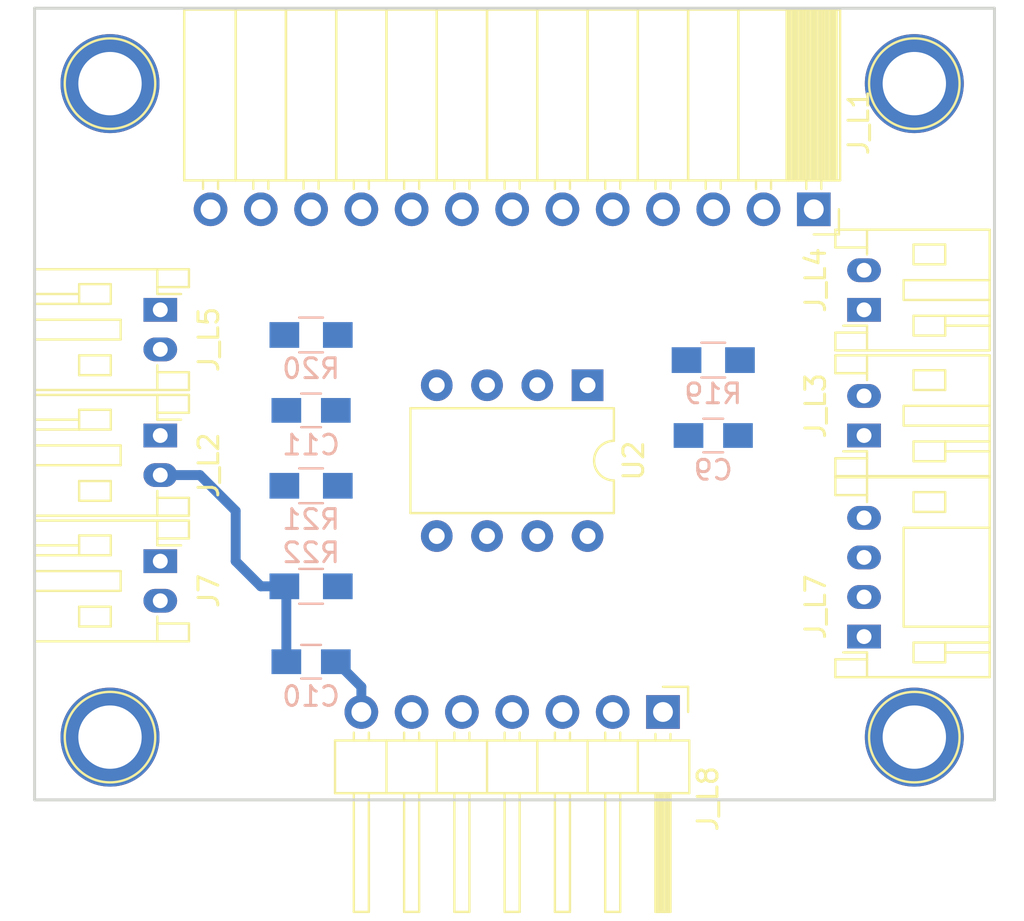
<source format=kicad_pcb>
(kicad_pcb (version 4) (host pcbnew 4.0.7-e2-6376~58~ubuntu16.04.1)

  (general
    (links 35)
    (no_connects 32)
    (area 72.314999 53.264999 120.965001 93.415001)
    (thickness 1.6)
    (drawings 4)
    (tracks 10)
    (zones 0)
    (modules 20)
    (nets 22)
  )

  (page A4)
  (layers
    (0 F.Cu signal)
    (31 B.Cu signal)
    (32 B.Adhes user)
    (33 F.Adhes user)
    (34 B.Paste user)
    (35 F.Paste user)
    (36 B.SilkS user)
    (37 F.SilkS user)
    (38 B.Mask user)
    (39 F.Mask user)
    (40 Dwgs.User user)
    (41 Cmts.User user)
    (42 Eco1.User user)
    (43 Eco2.User user)
    (44 Edge.Cuts user)
    (45 Margin user)
    (46 B.CrtYd user)
    (47 F.CrtYd user)
    (48 B.Fab user)
    (49 F.Fab user)
  )

  (setup
    (last_trace_width 0.5)
    (trace_clearance 0.5)
    (zone_clearance 0.508)
    (zone_45_only no)
    (trace_min 0.2)
    (segment_width 0.2)
    (edge_width 0.15)
    (via_size 0.6)
    (via_drill 0.4)
    (via_min_size 0.4)
    (via_min_drill 0.3)
    (uvia_size 0.3)
    (uvia_drill 0.1)
    (uvias_allowed no)
    (uvia_min_size 0.2)
    (uvia_min_drill 0.1)
    (pcb_text_width 0.3)
    (pcb_text_size 1.5 1.5)
    (mod_edge_width 0.15)
    (mod_text_size 1 1)
    (mod_text_width 0.15)
    (pad_size 5 5)
    (pad_drill 3.2)
    (pad_to_mask_clearance 0.2)
    (aux_axis_origin 0 0)
    (visible_elements FFFFFF7F)
    (pcbplotparams
      (layerselection 0x00030_80000001)
      (usegerberextensions false)
      (excludeedgelayer true)
      (linewidth 0.150000)
      (plotframeref false)
      (viasonmask false)
      (mode 1)
      (useauxorigin false)
      (hpglpennumber 1)
      (hpglpenspeed 20)
      (hpglpendiameter 15)
      (hpglpenoverlay 2)
      (psnegative false)
      (psa4output false)
      (plotreference true)
      (plotvalue true)
      (plotinvisibletext false)
      (padsonsilk false)
      (subtractmaskfromsilk false)
      (outputformat 1)
      (mirror false)
      (drillshape 1)
      (scaleselection 1)
      (outputdirectory ""))
  )

  (net 0 "")
  (net 1 /+5V)
  (net 2 GND)
  (net 3 "Net-(C10-Pad1)")
  (net 4 "Net-(C11-Pad1)")
  (net 5 /M2A)
  (net 6 /M2B)
  (net 7 /M1A)
  (net 8 /M1B)
  (net 9 /+6V)
  (net 10 /BZ+)
  (net 11 /BZ-)
  (net 12 /LnFol)
  (net 13 /CDS-L)
  (net 14 /CDS-R)
  (net 15 /AntLED)
  (net 16 "Net-(J_L4-Pad1)")
  (net 17 "Net-(J_L5-Pad1)")
  (net 18 "Net-(J_L7-Pad2)")
  (net 19 "Net-(J_L7-Pad3)")
  (net 20 "Net-(U2-Pad5)")
  (net 21 "Net-(U2-Pad6)")

  (net_class Default "This is the default net class."
    (clearance 0.5)
    (trace_width 0.5)
    (via_dia 0.6)
    (via_drill 0.4)
    (uvia_dia 0.3)
    (uvia_drill 0.1)
    (add_net /+5V)
    (add_net /+6V)
    (add_net /AntLED)
    (add_net /BZ+)
    (add_net /BZ-)
    (add_net /CDS-L)
    (add_net /CDS-R)
    (add_net /LnFol)
    (add_net /M1A)
    (add_net /M1B)
    (add_net /M2A)
    (add_net /M2B)
    (add_net GND)
    (add_net "Net-(C10-Pad1)")
    (add_net "Net-(C11-Pad1)")
    (add_net "Net-(J_L4-Pad1)")
    (add_net "Net-(J_L5-Pad1)")
    (add_net "Net-(J_L7-Pad2)")
    (add_net "Net-(J_L7-Pad3)")
    (add_net "Net-(U2-Pad5)")
    (add_net "Net-(U2-Pad6)")
  )

  (module Connectors:1pin (layer F.Cu) (tedit 59C8A067) (tstamp 59C8A76D)
    (at 76.2 90.17)
    (descr "module 1 pin (ou trou mecanique de percage)")
    (tags DEV)
    (fp_text reference REF** (at 0 -3.048) (layer F.SilkS) hide
      (effects (font (size 1 1) (thickness 0.15)))
    )
    (fp_text value 1pin (at 0 3) (layer F.Fab) hide
      (effects (font (size 1 1) (thickness 0.15)))
    )
    (fp_circle (center 0 0) (end 2 0.8) (layer F.Fab) (width 0.1))
    (fp_circle (center 0 0) (end 2.6 0) (layer F.CrtYd) (width 0.05))
    (fp_circle (center 0 0) (end 0 -2.286) (layer F.SilkS) (width 0.12))
    (pad 1 thru_hole circle (at 0 0) (size 5 5) (drill 3.2) (layers *.Cu *.Mask))
  )

  (module Connectors:1pin (layer F.Cu) (tedit 59C8A067) (tstamp 59C8A766)
    (at 116.84 90.17)
    (descr "module 1 pin (ou trou mecanique de percage)")
    (tags DEV)
    (fp_text reference REF** (at 0 -3.048) (layer F.SilkS) hide
      (effects (font (size 1 1) (thickness 0.15)))
    )
    (fp_text value 1pin (at 0 3) (layer F.Fab) hide
      (effects (font (size 1 1) (thickness 0.15)))
    )
    (fp_circle (center 0 0) (end 2 0.8) (layer F.Fab) (width 0.1))
    (fp_circle (center 0 0) (end 2.6 0) (layer F.CrtYd) (width 0.05))
    (fp_circle (center 0 0) (end 0 -2.286) (layer F.SilkS) (width 0.12))
    (pad 1 thru_hole circle (at 0 0) (size 5 5) (drill 3.2) (layers *.Cu *.Mask))
  )

  (module Connectors:1pin (layer F.Cu) (tedit 59C8A067) (tstamp 59C8A75F)
    (at 116.84 57.15)
    (descr "module 1 pin (ou trou mecanique de percage)")
    (tags DEV)
    (fp_text reference REF** (at 0 -3.048) (layer F.SilkS) hide
      (effects (font (size 1 1) (thickness 0.15)))
    )
    (fp_text value 1pin (at 0 3) (layer F.Fab) hide
      (effects (font (size 1 1) (thickness 0.15)))
    )
    (fp_circle (center 0 0) (end 2 0.8) (layer F.Fab) (width 0.1))
    (fp_circle (center 0 0) (end 2.6 0) (layer F.CrtYd) (width 0.05))
    (fp_circle (center 0 0) (end 0 -2.286) (layer F.SilkS) (width 0.12))
    (pad 1 thru_hole circle (at 0 0) (size 5 5) (drill 3.2) (layers *.Cu *.Mask))
  )

  (module Capacitors_SMD:C_0805_HandSoldering (layer B.Cu) (tedit 58AA84A8) (tstamp 59C7638C)
    (at 106.68 74.93)
    (descr "Capacitor SMD 0805, hand soldering")
    (tags "capacitor 0805")
    (path /59C76143)
    (attr smd)
    (fp_text reference C9 (at 0 1.75) (layer B.SilkS)
      (effects (font (size 1 1) (thickness 0.15)) (justify mirror))
    )
    (fp_text value 100nF (at 0 -1.75) (layer B.Fab)
      (effects (font (size 1 1) (thickness 0.15)) (justify mirror))
    )
    (fp_text user %R (at 0 1.75) (layer B.Fab)
      (effects (font (size 1 1) (thickness 0.15)) (justify mirror))
    )
    (fp_line (start -1 -0.62) (end -1 0.62) (layer B.Fab) (width 0.1))
    (fp_line (start 1 -0.62) (end -1 -0.62) (layer B.Fab) (width 0.1))
    (fp_line (start 1 0.62) (end 1 -0.62) (layer B.Fab) (width 0.1))
    (fp_line (start -1 0.62) (end 1 0.62) (layer B.Fab) (width 0.1))
    (fp_line (start 0.5 0.85) (end -0.5 0.85) (layer B.SilkS) (width 0.12))
    (fp_line (start -0.5 -0.85) (end 0.5 -0.85) (layer B.SilkS) (width 0.12))
    (fp_line (start -2.25 0.88) (end 2.25 0.88) (layer B.CrtYd) (width 0.05))
    (fp_line (start -2.25 0.88) (end -2.25 -0.87) (layer B.CrtYd) (width 0.05))
    (fp_line (start 2.25 -0.87) (end 2.25 0.88) (layer B.CrtYd) (width 0.05))
    (fp_line (start 2.25 -0.87) (end -2.25 -0.87) (layer B.CrtYd) (width 0.05))
    (pad 1 smd rect (at -1.25 0) (size 1.5 1.25) (layers B.Cu B.Paste B.Mask)
      (net 1 /+5V))
    (pad 2 smd rect (at 1.25 0) (size 1.5 1.25) (layers B.Cu B.Paste B.Mask)
      (net 2 GND))
    (model Capacitors_SMD.3dshapes/C_0805.wrl
      (at (xyz 0 0 0))
      (scale (xyz 1 1 1))
      (rotate (xyz 0 0 0))
    )
  )

  (module Capacitors_SMD:C_0805_HandSoldering (layer B.Cu) (tedit 58AA84A8) (tstamp 59C7639D)
    (at 86.36 86.36)
    (descr "Capacitor SMD 0805, hand soldering")
    (tags "capacitor 0805")
    (path /59C76207)
    (attr smd)
    (fp_text reference C10 (at 0 1.75) (layer B.SilkS)
      (effects (font (size 1 1) (thickness 0.15)) (justify mirror))
    )
    (fp_text value 100nF (at 0 -1.75) (layer B.Fab)
      (effects (font (size 1 1) (thickness 0.15)) (justify mirror))
    )
    (fp_text user %R (at 0 1.75) (layer B.Fab)
      (effects (font (size 1 1) (thickness 0.15)) (justify mirror))
    )
    (fp_line (start -1 -0.62) (end -1 0.62) (layer B.Fab) (width 0.1))
    (fp_line (start 1 -0.62) (end -1 -0.62) (layer B.Fab) (width 0.1))
    (fp_line (start 1 0.62) (end 1 -0.62) (layer B.Fab) (width 0.1))
    (fp_line (start -1 0.62) (end 1 0.62) (layer B.Fab) (width 0.1))
    (fp_line (start 0.5 0.85) (end -0.5 0.85) (layer B.SilkS) (width 0.12))
    (fp_line (start -0.5 -0.85) (end 0.5 -0.85) (layer B.SilkS) (width 0.12))
    (fp_line (start -2.25 0.88) (end 2.25 0.88) (layer B.CrtYd) (width 0.05))
    (fp_line (start -2.25 0.88) (end -2.25 -0.87) (layer B.CrtYd) (width 0.05))
    (fp_line (start 2.25 -0.87) (end 2.25 0.88) (layer B.CrtYd) (width 0.05))
    (fp_line (start 2.25 -0.87) (end -2.25 -0.87) (layer B.CrtYd) (width 0.05))
    (pad 1 smd rect (at -1.25 0) (size 1.5 1.25) (layers B.Cu B.Paste B.Mask)
      (net 3 "Net-(C10-Pad1)"))
    (pad 2 smd rect (at 1.25 0) (size 1.5 1.25) (layers B.Cu B.Paste B.Mask)
      (net 2 GND))
    (model Capacitors_SMD.3dshapes/C_0805.wrl
      (at (xyz 0 0 0))
      (scale (xyz 1 1 1))
      (rotate (xyz 0 0 0))
    )
  )

  (module Capacitors_SMD:C_0805_HandSoldering (layer B.Cu) (tedit 58AA84A8) (tstamp 59C763AE)
    (at 86.36 73.66)
    (descr "Capacitor SMD 0805, hand soldering")
    (tags "capacitor 0805")
    (path /59C76237)
    (attr smd)
    (fp_text reference C11 (at 0 1.75) (layer B.SilkS)
      (effects (font (size 1 1) (thickness 0.15)) (justify mirror))
    )
    (fp_text value 100nF (at 0 -1.75) (layer B.Fab)
      (effects (font (size 1 1) (thickness 0.15)) (justify mirror))
    )
    (fp_text user %R (at 0 1.75) (layer B.Fab)
      (effects (font (size 1 1) (thickness 0.15)) (justify mirror))
    )
    (fp_line (start -1 -0.62) (end -1 0.62) (layer B.Fab) (width 0.1))
    (fp_line (start 1 -0.62) (end -1 -0.62) (layer B.Fab) (width 0.1))
    (fp_line (start 1 0.62) (end 1 -0.62) (layer B.Fab) (width 0.1))
    (fp_line (start -1 0.62) (end 1 0.62) (layer B.Fab) (width 0.1))
    (fp_line (start 0.5 0.85) (end -0.5 0.85) (layer B.SilkS) (width 0.12))
    (fp_line (start -0.5 -0.85) (end 0.5 -0.85) (layer B.SilkS) (width 0.12))
    (fp_line (start -2.25 0.88) (end 2.25 0.88) (layer B.CrtYd) (width 0.05))
    (fp_line (start -2.25 0.88) (end -2.25 -0.87) (layer B.CrtYd) (width 0.05))
    (fp_line (start 2.25 -0.87) (end 2.25 0.88) (layer B.CrtYd) (width 0.05))
    (fp_line (start 2.25 -0.87) (end -2.25 -0.87) (layer B.CrtYd) (width 0.05))
    (pad 1 smd rect (at -1.25 0) (size 1.5 1.25) (layers B.Cu B.Paste B.Mask)
      (net 4 "Net-(C11-Pad1)"))
    (pad 2 smd rect (at 1.25 0) (size 1.5 1.25) (layers B.Cu B.Paste B.Mask)
      (net 2 GND))
    (model Capacitors_SMD.3dshapes/C_0805.wrl
      (at (xyz 0 0 0))
      (scale (xyz 1 1 1))
      (rotate (xyz 0 0 0))
    )
  )

  (module Connectors_JST:JST_PH_S2B-PH-K_02x2.00mm_Angled (layer F.Cu) (tedit 58D3FE32) (tstamp 59C765AE)
    (at 78.74 81.28 270)
    (descr "JST PH series connector, S2B-PH-K, side entry type, through hole, Datasheet: http://www.jst-mfg.com/product/pdf/eng/ePH.pdf")
    (tags "connector jst ph")
    (path /59C766A6)
    (fp_text reference J7 (at 1.5 -2.45 270) (layer F.SilkS)
      (effects (font (size 1 1) (thickness 0.15)))
    )
    (fp_text value Piezo (at 1 7.25 270) (layer F.Fab)
      (effects (font (size 1 1) (thickness 0.15)))
    )
    (fp_line (start 0.5 6.35) (end 0.5 2) (layer F.SilkS) (width 0.12))
    (fp_line (start 0.5 2) (end 1.5 2) (layer F.SilkS) (width 0.12))
    (fp_line (start 1.5 2) (end 1.5 6.35) (layer F.SilkS) (width 0.12))
    (fp_line (start -0.8 0.15) (end -1.15 0.15) (layer F.SilkS) (width 0.12))
    (fp_line (start -1.15 0.15) (end -1.15 -1.45) (layer F.SilkS) (width 0.12))
    (fp_line (start -1.15 -1.45) (end -2.05 -1.45) (layer F.SilkS) (width 0.12))
    (fp_line (start -2.05 -1.45) (end -2.05 6.35) (layer F.SilkS) (width 0.12))
    (fp_line (start -2.05 6.35) (end 4.05 6.35) (layer F.SilkS) (width 0.12))
    (fp_line (start 4.05 6.35) (end 4.05 -1.45) (layer F.SilkS) (width 0.12))
    (fp_line (start 4.05 -1.45) (end 3.15 -1.45) (layer F.SilkS) (width 0.12))
    (fp_line (start 3.15 -1.45) (end 3.15 0.15) (layer F.SilkS) (width 0.12))
    (fp_line (start 3.15 0.15) (end 2.8 0.15) (layer F.SilkS) (width 0.12))
    (fp_line (start -2.05 0.15) (end -1.15 0.15) (layer F.SilkS) (width 0.12))
    (fp_line (start 4.05 0.15) (end 3.15 0.15) (layer F.SilkS) (width 0.12))
    (fp_line (start -1.3 2.5) (end -1.3 4.1) (layer F.SilkS) (width 0.12))
    (fp_line (start -1.3 4.1) (end -0.3 4.1) (layer F.SilkS) (width 0.12))
    (fp_line (start -0.3 4.1) (end -0.3 2.5) (layer F.SilkS) (width 0.12))
    (fp_line (start -0.3 2.5) (end -1.3 2.5) (layer F.SilkS) (width 0.12))
    (fp_line (start 3.3 2.5) (end 3.3 4.1) (layer F.SilkS) (width 0.12))
    (fp_line (start 3.3 4.1) (end 2.3 4.1) (layer F.SilkS) (width 0.12))
    (fp_line (start 2.3 4.1) (end 2.3 2.5) (layer F.SilkS) (width 0.12))
    (fp_line (start 2.3 2.5) (end 3.3 2.5) (layer F.SilkS) (width 0.12))
    (fp_line (start -0.3 4.1) (end -0.3 6.35) (layer F.SilkS) (width 0.12))
    (fp_line (start -0.8 4.1) (end -0.8 6.35) (layer F.SilkS) (width 0.12))
    (fp_line (start -2.45 -1.85) (end -2.45 6.75) (layer F.CrtYd) (width 0.05))
    (fp_line (start -2.45 6.75) (end 4.45 6.75) (layer F.CrtYd) (width 0.05))
    (fp_line (start 4.45 6.75) (end 4.45 -1.85) (layer F.CrtYd) (width 0.05))
    (fp_line (start 4.45 -1.85) (end -2.45 -1.85) (layer F.CrtYd) (width 0.05))
    (fp_line (start -1.25 0.25) (end -1.25 -1.35) (layer F.Fab) (width 0.1))
    (fp_line (start -1.25 -1.35) (end -1.95 -1.35) (layer F.Fab) (width 0.1))
    (fp_line (start -1.95 -1.35) (end -1.95 6.25) (layer F.Fab) (width 0.1))
    (fp_line (start -1.95 6.25) (end 3.95 6.25) (layer F.Fab) (width 0.1))
    (fp_line (start 3.95 6.25) (end 3.95 -1.35) (layer F.Fab) (width 0.1))
    (fp_line (start 3.95 -1.35) (end 3.25 -1.35) (layer F.Fab) (width 0.1))
    (fp_line (start 3.25 -1.35) (end 3.25 0.25) (layer F.Fab) (width 0.1))
    (fp_line (start 3.25 0.25) (end -1.25 0.25) (layer F.Fab) (width 0.1))
    (fp_line (start -0.8 0.15) (end -0.8 -1.05) (layer F.SilkS) (width 0.12))
    (fp_line (start 0 0.85) (end -0.5 1.35) (layer F.Fab) (width 0.1))
    (fp_line (start -0.5 1.35) (end 0.5 1.35) (layer F.Fab) (width 0.1))
    (fp_line (start 0.5 1.35) (end 0 0.85) (layer F.Fab) (width 0.1))
    (fp_text user %R (at 1 2.5 270) (layer F.Fab)
      (effects (font (size 1 1) (thickness 0.15)))
    )
    (pad 1 thru_hole rect (at 0 0 270) (size 1.2 1.7) (drill 0.75) (layers *.Cu *.Mask)
      (net 10 /BZ+))
    (pad 2 thru_hole oval (at 2 0 270) (size 1.2 1.7) (drill 0.75) (layers *.Cu *.Mask)
      (net 11 /BZ-))
    (model ${KISYS3DMOD}/Connectors_JST.3dshapes/JST_PH_S2B-PH-K_02x2.00mm_Angled.wrl
      (at (xyz 0 0 0))
      (scale (xyz 1 1 1))
      (rotate (xyz 0 0 0))
    )
  )

  (module Resistors_SMD:R_0805_HandSoldering (layer B.Cu) (tedit 58E0A804) (tstamp 59C76633)
    (at 106.68 71.12)
    (descr "Resistor SMD 0805, hand soldering")
    (tags "resistor 0805")
    (path /59C762C3)
    (attr smd)
    (fp_text reference R19 (at 0 1.7) (layer B.SilkS)
      (effects (font (size 1 1) (thickness 0.15)) (justify mirror))
    )
    (fp_text value 47k (at 0 -1.75) (layer B.Fab)
      (effects (font (size 1 1) (thickness 0.15)) (justify mirror))
    )
    (fp_text user %R (at 0 0) (layer B.Fab)
      (effects (font (size 0.5 0.5) (thickness 0.075)) (justify mirror))
    )
    (fp_line (start -1 -0.62) (end -1 0.62) (layer B.Fab) (width 0.1))
    (fp_line (start 1 -0.62) (end -1 -0.62) (layer B.Fab) (width 0.1))
    (fp_line (start 1 0.62) (end 1 -0.62) (layer B.Fab) (width 0.1))
    (fp_line (start -1 0.62) (end 1 0.62) (layer B.Fab) (width 0.1))
    (fp_line (start 0.6 -0.88) (end -0.6 -0.88) (layer B.SilkS) (width 0.12))
    (fp_line (start -0.6 0.88) (end 0.6 0.88) (layer B.SilkS) (width 0.12))
    (fp_line (start -2.35 0.9) (end 2.35 0.9) (layer B.CrtYd) (width 0.05))
    (fp_line (start -2.35 0.9) (end -2.35 -0.9) (layer B.CrtYd) (width 0.05))
    (fp_line (start 2.35 -0.9) (end 2.35 0.9) (layer B.CrtYd) (width 0.05))
    (fp_line (start 2.35 -0.9) (end -2.35 -0.9) (layer B.CrtYd) (width 0.05))
    (pad 1 smd rect (at -1.35 0) (size 1.5 1.3) (layers B.Cu B.Paste B.Mask)
      (net 12 /LnFol))
    (pad 2 smd rect (at 1.35 0) (size 1.5 1.3) (layers B.Cu B.Paste B.Mask)
      (net 1 /+5V))
    (model ${KISYS3DMOD}/Resistors_SMD.3dshapes/R_0805.wrl
      (at (xyz 0 0 0))
      (scale (xyz 1 1 1))
      (rotate (xyz 0 0 0))
    )
  )

  (module Resistors_SMD:R_0805_HandSoldering (layer B.Cu) (tedit 58E0A804) (tstamp 59C76644)
    (at 86.36 69.85)
    (descr "Resistor SMD 0805, hand soldering")
    (tags "resistor 0805")
    (path /59C76342)
    (attr smd)
    (fp_text reference R20 (at 0 1.7) (layer B.SilkS)
      (effects (font (size 1 1) (thickness 0.15)) (justify mirror))
    )
    (fp_text value 62 (at 0 -1.75) (layer B.Fab)
      (effects (font (size 1 1) (thickness 0.15)) (justify mirror))
    )
    (fp_text user %R (at 0 0) (layer B.Fab)
      (effects (font (size 0.5 0.5) (thickness 0.075)) (justify mirror))
    )
    (fp_line (start -1 -0.62) (end -1 0.62) (layer B.Fab) (width 0.1))
    (fp_line (start 1 -0.62) (end -1 -0.62) (layer B.Fab) (width 0.1))
    (fp_line (start 1 0.62) (end 1 -0.62) (layer B.Fab) (width 0.1))
    (fp_line (start -1 0.62) (end 1 0.62) (layer B.Fab) (width 0.1))
    (fp_line (start 0.6 -0.88) (end -0.6 -0.88) (layer B.SilkS) (width 0.12))
    (fp_line (start -0.6 0.88) (end 0.6 0.88) (layer B.SilkS) (width 0.12))
    (fp_line (start -2.35 0.9) (end 2.35 0.9) (layer B.CrtYd) (width 0.05))
    (fp_line (start -2.35 0.9) (end -2.35 -0.9) (layer B.CrtYd) (width 0.05))
    (fp_line (start 2.35 -0.9) (end 2.35 0.9) (layer B.CrtYd) (width 0.05))
    (fp_line (start 2.35 -0.9) (end -2.35 -0.9) (layer B.CrtYd) (width 0.05))
    (pad 1 smd rect (at -1.35 0) (size 1.5 1.3) (layers B.Cu B.Paste B.Mask)
      (net 17 "Net-(J_L5-Pad1)"))
    (pad 2 smd rect (at 1.35 0) (size 1.5 1.3) (layers B.Cu B.Paste B.Mask)
      (net 9 /+6V))
    (model ${KISYS3DMOD}/Resistors_SMD.3dshapes/R_0805.wrl
      (at (xyz 0 0 0))
      (scale (xyz 1 1 1))
      (rotate (xyz 0 0 0))
    )
  )

  (module Resistors_SMD:R_0805_HandSoldering (layer B.Cu) (tedit 59C8A390) (tstamp 59C76655)
    (at 86.36 77.47)
    (descr "Resistor SMD 0805, hand soldering")
    (tags "resistor 0805")
    (path /59C76373)
    (attr smd)
    (fp_text reference R21 (at 0 1.7) (layer B.SilkS)
      (effects (font (size 1 1) (thickness 0.15)) (justify mirror))
    )
    (fp_text value 300 (at 0 -1.75) (layer B.Fab)
      (effects (font (size 1 1) (thickness 0.15)) (justify mirror))
    )
    (fp_text user %R (at -1.27 0) (layer B.Fab)
      (effects (font (size 0.5 0.5) (thickness 0.075)) (justify mirror))
    )
    (fp_line (start -1 -0.62) (end -1 0.62) (layer B.Fab) (width 0.1))
    (fp_line (start 1 -0.62) (end -1 -0.62) (layer B.Fab) (width 0.1))
    (fp_line (start 1 0.62) (end 1 -0.62) (layer B.Fab) (width 0.1))
    (fp_line (start -1 0.62) (end 1 0.62) (layer B.Fab) (width 0.1))
    (fp_line (start 0.6 -0.88) (end -0.6 -0.88) (layer B.SilkS) (width 0.12))
    (fp_line (start -0.6 0.88) (end 0.6 0.88) (layer B.SilkS) (width 0.12))
    (fp_line (start -2.35 0.9) (end 2.35 0.9) (layer B.CrtYd) (width 0.05))
    (fp_line (start -2.35 0.9) (end -2.35 -0.9) (layer B.CrtYd) (width 0.05))
    (fp_line (start 2.35 -0.9) (end 2.35 0.9) (layer B.CrtYd) (width 0.05))
    (fp_line (start 2.35 -0.9) (end -2.35 -0.9) (layer B.CrtYd) (width 0.05))
    (pad 1 smd rect (at -1.35 0) (size 1.5 1.3) (layers B.Cu B.Paste B.Mask)
      (net 4 "Net-(C11-Pad1)"))
    (pad 2 smd rect (at 1.35 0) (size 1.5 1.3) (layers B.Cu B.Paste B.Mask)
      (net 14 /CDS-R))
    (model ${KISYS3DMOD}/Resistors_SMD.3dshapes/R_0805.wrl
      (at (xyz 0 0 0))
      (scale (xyz 1 1 1))
      (rotate (xyz 0 0 0))
    )
  )

  (module Resistors_SMD:R_0805_HandSoldering (layer B.Cu) (tedit 58E0A804) (tstamp 59C76666)
    (at 86.36 82.55 180)
    (descr "Resistor SMD 0805, hand soldering")
    (tags "resistor 0805")
    (path /59C763A5)
    (attr smd)
    (fp_text reference R22 (at 0 1.7 180) (layer B.SilkS)
      (effects (font (size 1 1) (thickness 0.15)) (justify mirror))
    )
    (fp_text value 300 (at 0 -1.75 180) (layer B.Fab)
      (effects (font (size 1 1) (thickness 0.15)) (justify mirror))
    )
    (fp_text user %R (at 0 0 180) (layer B.Fab)
      (effects (font (size 0.5 0.5) (thickness 0.075)) (justify mirror))
    )
    (fp_line (start -1 -0.62) (end -1 0.62) (layer B.Fab) (width 0.1))
    (fp_line (start 1 -0.62) (end -1 -0.62) (layer B.Fab) (width 0.1))
    (fp_line (start 1 0.62) (end 1 -0.62) (layer B.Fab) (width 0.1))
    (fp_line (start -1 0.62) (end 1 0.62) (layer B.Fab) (width 0.1))
    (fp_line (start 0.6 -0.88) (end -0.6 -0.88) (layer B.SilkS) (width 0.12))
    (fp_line (start -0.6 0.88) (end 0.6 0.88) (layer B.SilkS) (width 0.12))
    (fp_line (start -2.35 0.9) (end 2.35 0.9) (layer B.CrtYd) (width 0.05))
    (fp_line (start -2.35 0.9) (end -2.35 -0.9) (layer B.CrtYd) (width 0.05))
    (fp_line (start 2.35 -0.9) (end 2.35 0.9) (layer B.CrtYd) (width 0.05))
    (fp_line (start 2.35 -0.9) (end -2.35 -0.9) (layer B.CrtYd) (width 0.05))
    (pad 1 smd rect (at -1.35 0 180) (size 1.5 1.3) (layers B.Cu B.Paste B.Mask)
      (net 13 /CDS-L))
    (pad 2 smd rect (at 1.35 0 180) (size 1.5 1.3) (layers B.Cu B.Paste B.Mask)
      (net 3 "Net-(C10-Pad1)"))
    (model ${KISYS3DMOD}/Resistors_SMD.3dshapes/R_0805.wrl
      (at (xyz 0 0 0))
      (scale (xyz 1 1 1))
      (rotate (xyz 0 0 0))
    )
  )

  (module Socket_Strips:Socket_Strip_Angled_1x13_Pitch2.54mm (layer F.Cu) (tedit 58CD5446) (tstamp 59C89D52)
    (at 111.76 63.5 270)
    (descr "Through hole angled socket strip, 1x13, 2.54mm pitch, 8.51mm socket length, single row")
    (tags "Through hole angled socket strip THT 1x13 2.54mm single row")
    (path /59C76740)
    (fp_text reference J_L1 (at -4.38 -2.27 270) (layer F.SilkS)
      (effects (font (size 1 1) (thickness 0.15)))
    )
    (fp_text value LightProcPCB (at -4.38 32.75 270) (layer F.Fab)
      (effects (font (size 1 1) (thickness 0.15)))
    )
    (fp_line (start -1.52 -1.27) (end -1.52 1.27) (layer F.Fab) (width 0.1))
    (fp_line (start -1.52 1.27) (end -10.03 1.27) (layer F.Fab) (width 0.1))
    (fp_line (start -10.03 1.27) (end -10.03 -1.27) (layer F.Fab) (width 0.1))
    (fp_line (start -10.03 -1.27) (end -1.52 -1.27) (layer F.Fab) (width 0.1))
    (fp_line (start 0 -0.32) (end 0 0.32) (layer F.Fab) (width 0.1))
    (fp_line (start 0 0.32) (end -1.52 0.32) (layer F.Fab) (width 0.1))
    (fp_line (start -1.52 0.32) (end -1.52 -0.32) (layer F.Fab) (width 0.1))
    (fp_line (start -1.52 -0.32) (end 0 -0.32) (layer F.Fab) (width 0.1))
    (fp_line (start -1.52 1.27) (end -1.52 3.81) (layer F.Fab) (width 0.1))
    (fp_line (start -1.52 3.81) (end -10.03 3.81) (layer F.Fab) (width 0.1))
    (fp_line (start -10.03 3.81) (end -10.03 1.27) (layer F.Fab) (width 0.1))
    (fp_line (start -10.03 1.27) (end -1.52 1.27) (layer F.Fab) (width 0.1))
    (fp_line (start 0 2.22) (end 0 2.86) (layer F.Fab) (width 0.1))
    (fp_line (start 0 2.86) (end -1.52 2.86) (layer F.Fab) (width 0.1))
    (fp_line (start -1.52 2.86) (end -1.52 2.22) (layer F.Fab) (width 0.1))
    (fp_line (start -1.52 2.22) (end 0 2.22) (layer F.Fab) (width 0.1))
    (fp_line (start -1.52 3.81) (end -1.52 6.35) (layer F.Fab) (width 0.1))
    (fp_line (start -1.52 6.35) (end -10.03 6.35) (layer F.Fab) (width 0.1))
    (fp_line (start -10.03 6.35) (end -10.03 3.81) (layer F.Fab) (width 0.1))
    (fp_line (start -10.03 3.81) (end -1.52 3.81) (layer F.Fab) (width 0.1))
    (fp_line (start 0 4.76) (end 0 5.4) (layer F.Fab) (width 0.1))
    (fp_line (start 0 5.4) (end -1.52 5.4) (layer F.Fab) (width 0.1))
    (fp_line (start -1.52 5.4) (end -1.52 4.76) (layer F.Fab) (width 0.1))
    (fp_line (start -1.52 4.76) (end 0 4.76) (layer F.Fab) (width 0.1))
    (fp_line (start -1.52 6.35) (end -1.52 8.89) (layer F.Fab) (width 0.1))
    (fp_line (start -1.52 8.89) (end -10.03 8.89) (layer F.Fab) (width 0.1))
    (fp_line (start -10.03 8.89) (end -10.03 6.35) (layer F.Fab) (width 0.1))
    (fp_line (start -10.03 6.35) (end -1.52 6.35) (layer F.Fab) (width 0.1))
    (fp_line (start 0 7.3) (end 0 7.94) (layer F.Fab) (width 0.1))
    (fp_line (start 0 7.94) (end -1.52 7.94) (layer F.Fab) (width 0.1))
    (fp_line (start -1.52 7.94) (end -1.52 7.3) (layer F.Fab) (width 0.1))
    (fp_line (start -1.52 7.3) (end 0 7.3) (layer F.Fab) (width 0.1))
    (fp_line (start -1.52 8.89) (end -1.52 11.43) (layer F.Fab) (width 0.1))
    (fp_line (start -1.52 11.43) (end -10.03 11.43) (layer F.Fab) (width 0.1))
    (fp_line (start -10.03 11.43) (end -10.03 8.89) (layer F.Fab) (width 0.1))
    (fp_line (start -10.03 8.89) (end -1.52 8.89) (layer F.Fab) (width 0.1))
    (fp_line (start 0 9.84) (end 0 10.48) (layer F.Fab) (width 0.1))
    (fp_line (start 0 10.48) (end -1.52 10.48) (layer F.Fab) (width 0.1))
    (fp_line (start -1.52 10.48) (end -1.52 9.84) (layer F.Fab) (width 0.1))
    (fp_line (start -1.52 9.84) (end 0 9.84) (layer F.Fab) (width 0.1))
    (fp_line (start -1.52 11.43) (end -1.52 13.97) (layer F.Fab) (width 0.1))
    (fp_line (start -1.52 13.97) (end -10.03 13.97) (layer F.Fab) (width 0.1))
    (fp_line (start -10.03 13.97) (end -10.03 11.43) (layer F.Fab) (width 0.1))
    (fp_line (start -10.03 11.43) (end -1.52 11.43) (layer F.Fab) (width 0.1))
    (fp_line (start 0 12.38) (end 0 13.02) (layer F.Fab) (width 0.1))
    (fp_line (start 0 13.02) (end -1.52 13.02) (layer F.Fab) (width 0.1))
    (fp_line (start -1.52 13.02) (end -1.52 12.38) (layer F.Fab) (width 0.1))
    (fp_line (start -1.52 12.38) (end 0 12.38) (layer F.Fab) (width 0.1))
    (fp_line (start -1.52 13.97) (end -1.52 16.51) (layer F.Fab) (width 0.1))
    (fp_line (start -1.52 16.51) (end -10.03 16.51) (layer F.Fab) (width 0.1))
    (fp_line (start -10.03 16.51) (end -10.03 13.97) (layer F.Fab) (width 0.1))
    (fp_line (start -10.03 13.97) (end -1.52 13.97) (layer F.Fab) (width 0.1))
    (fp_line (start 0 14.92) (end 0 15.56) (layer F.Fab) (width 0.1))
    (fp_line (start 0 15.56) (end -1.52 15.56) (layer F.Fab) (width 0.1))
    (fp_line (start -1.52 15.56) (end -1.52 14.92) (layer F.Fab) (width 0.1))
    (fp_line (start -1.52 14.92) (end 0 14.92) (layer F.Fab) (width 0.1))
    (fp_line (start -1.52 16.51) (end -1.52 19.05) (layer F.Fab) (width 0.1))
    (fp_line (start -1.52 19.05) (end -10.03 19.05) (layer F.Fab) (width 0.1))
    (fp_line (start -10.03 19.05) (end -10.03 16.51) (layer F.Fab) (width 0.1))
    (fp_line (start -10.03 16.51) (end -1.52 16.51) (layer F.Fab) (width 0.1))
    (fp_line (start 0 17.46) (end 0 18.1) (layer F.Fab) (width 0.1))
    (fp_line (start 0 18.1) (end -1.52 18.1) (layer F.Fab) (width 0.1))
    (fp_line (start -1.52 18.1) (end -1.52 17.46) (layer F.Fab) (width 0.1))
    (fp_line (start -1.52 17.46) (end 0 17.46) (layer F.Fab) (width 0.1))
    (fp_line (start -1.52 19.05) (end -1.52 21.59) (layer F.Fab) (width 0.1))
    (fp_line (start -1.52 21.59) (end -10.03 21.59) (layer F.Fab) (width 0.1))
    (fp_line (start -10.03 21.59) (end -10.03 19.05) (layer F.Fab) (width 0.1))
    (fp_line (start -10.03 19.05) (end -1.52 19.05) (layer F.Fab) (width 0.1))
    (fp_line (start 0 20) (end 0 20.64) (layer F.Fab) (width 0.1))
    (fp_line (start 0 20.64) (end -1.52 20.64) (layer F.Fab) (width 0.1))
    (fp_line (start -1.52 20.64) (end -1.52 20) (layer F.Fab) (width 0.1))
    (fp_line (start -1.52 20) (end 0 20) (layer F.Fab) (width 0.1))
    (fp_line (start -1.52 21.59) (end -1.52 24.13) (layer F.Fab) (width 0.1))
    (fp_line (start -1.52 24.13) (end -10.03 24.13) (layer F.Fab) (width 0.1))
    (fp_line (start -10.03 24.13) (end -10.03 21.59) (layer F.Fab) (width 0.1))
    (fp_line (start -10.03 21.59) (end -1.52 21.59) (layer F.Fab) (width 0.1))
    (fp_line (start 0 22.54) (end 0 23.18) (layer F.Fab) (width 0.1))
    (fp_line (start 0 23.18) (end -1.52 23.18) (layer F.Fab) (width 0.1))
    (fp_line (start -1.52 23.18) (end -1.52 22.54) (layer F.Fab) (width 0.1))
    (fp_line (start -1.52 22.54) (end 0 22.54) (layer F.Fab) (width 0.1))
    (fp_line (start -1.52 24.13) (end -1.52 26.67) (layer F.Fab) (width 0.1))
    (fp_line (start -1.52 26.67) (end -10.03 26.67) (layer F.Fab) (width 0.1))
    (fp_line (start -10.03 26.67) (end -10.03 24.13) (layer F.Fab) (width 0.1))
    (fp_line (start -10.03 24.13) (end -1.52 24.13) (layer F.Fab) (width 0.1))
    (fp_line (start 0 25.08) (end 0 25.72) (layer F.Fab) (width 0.1))
    (fp_line (start 0 25.72) (end -1.52 25.72) (layer F.Fab) (width 0.1))
    (fp_line (start -1.52 25.72) (end -1.52 25.08) (layer F.Fab) (width 0.1))
    (fp_line (start -1.52 25.08) (end 0 25.08) (layer F.Fab) (width 0.1))
    (fp_line (start -1.52 26.67) (end -1.52 29.21) (layer F.Fab) (width 0.1))
    (fp_line (start -1.52 29.21) (end -10.03 29.21) (layer F.Fab) (width 0.1))
    (fp_line (start -10.03 29.21) (end -10.03 26.67) (layer F.Fab) (width 0.1))
    (fp_line (start -10.03 26.67) (end -1.52 26.67) (layer F.Fab) (width 0.1))
    (fp_line (start 0 27.62) (end 0 28.26) (layer F.Fab) (width 0.1))
    (fp_line (start 0 28.26) (end -1.52 28.26) (layer F.Fab) (width 0.1))
    (fp_line (start -1.52 28.26) (end -1.52 27.62) (layer F.Fab) (width 0.1))
    (fp_line (start -1.52 27.62) (end 0 27.62) (layer F.Fab) (width 0.1))
    (fp_line (start -1.52 29.21) (end -1.52 31.75) (layer F.Fab) (width 0.1))
    (fp_line (start -1.52 31.75) (end -10.03 31.75) (layer F.Fab) (width 0.1))
    (fp_line (start -10.03 31.75) (end -10.03 29.21) (layer F.Fab) (width 0.1))
    (fp_line (start -10.03 29.21) (end -1.52 29.21) (layer F.Fab) (width 0.1))
    (fp_line (start 0 30.16) (end 0 30.8) (layer F.Fab) (width 0.1))
    (fp_line (start 0 30.8) (end -1.52 30.8) (layer F.Fab) (width 0.1))
    (fp_line (start -1.52 30.8) (end -1.52 30.16) (layer F.Fab) (width 0.1))
    (fp_line (start -1.52 30.16) (end 0 30.16) (layer F.Fab) (width 0.1))
    (fp_line (start -1.46 -1.33) (end -1.46 1.27) (layer F.SilkS) (width 0.12))
    (fp_line (start -1.46 1.27) (end -10.09 1.27) (layer F.SilkS) (width 0.12))
    (fp_line (start -10.09 1.27) (end -10.09 -1.33) (layer F.SilkS) (width 0.12))
    (fp_line (start -10.09 -1.33) (end -1.46 -1.33) (layer F.SilkS) (width 0.12))
    (fp_line (start -1.03 -0.38) (end -1.46 -0.38) (layer F.SilkS) (width 0.12))
    (fp_line (start -1.03 0.38) (end -1.46 0.38) (layer F.SilkS) (width 0.12))
    (fp_line (start -1.46 -1.15) (end -10.09 -1.15) (layer F.SilkS) (width 0.12))
    (fp_line (start -1.46 -1.03) (end -10.09 -1.03) (layer F.SilkS) (width 0.12))
    (fp_line (start -1.46 -0.91) (end -10.09 -0.91) (layer F.SilkS) (width 0.12))
    (fp_line (start -1.46 -0.79) (end -10.09 -0.79) (layer F.SilkS) (width 0.12))
    (fp_line (start -1.46 -0.67) (end -10.09 -0.67) (layer F.SilkS) (width 0.12))
    (fp_line (start -1.46 -0.55) (end -10.09 -0.55) (layer F.SilkS) (width 0.12))
    (fp_line (start -1.46 -0.43) (end -10.09 -0.43) (layer F.SilkS) (width 0.12))
    (fp_line (start -1.46 -0.31) (end -10.09 -0.31) (layer F.SilkS) (width 0.12))
    (fp_line (start -1.46 -0.19) (end -10.09 -0.19) (layer F.SilkS) (width 0.12))
    (fp_line (start -1.46 -0.07) (end -10.09 -0.07) (layer F.SilkS) (width 0.12))
    (fp_line (start -1.46 0.05) (end -10.09 0.05) (layer F.SilkS) (width 0.12))
    (fp_line (start -1.46 0.17) (end -10.09 0.17) (layer F.SilkS) (width 0.12))
    (fp_line (start -1.46 0.29) (end -10.09 0.29) (layer F.SilkS) (width 0.12))
    (fp_line (start -1.46 0.41) (end -10.09 0.41) (layer F.SilkS) (width 0.12))
    (fp_line (start -1.46 0.53) (end -10.09 0.53) (layer F.SilkS) (width 0.12))
    (fp_line (start -1.46 0.65) (end -10.09 0.65) (layer F.SilkS) (width 0.12))
    (fp_line (start -1.46 0.77) (end -10.09 0.77) (layer F.SilkS) (width 0.12))
    (fp_line (start -1.46 0.89) (end -10.09 0.89) (layer F.SilkS) (width 0.12))
    (fp_line (start -1.46 1.01) (end -10.09 1.01) (layer F.SilkS) (width 0.12))
    (fp_line (start -1.46 1.13) (end -10.09 1.13) (layer F.SilkS) (width 0.12))
    (fp_line (start -1.46 1.25) (end -10.09 1.25) (layer F.SilkS) (width 0.12))
    (fp_line (start -1.46 1.37) (end -10.09 1.37) (layer F.SilkS) (width 0.12))
    (fp_line (start -1.46 1.27) (end -1.46 3.81) (layer F.SilkS) (width 0.12))
    (fp_line (start -1.46 3.81) (end -10.09 3.81) (layer F.SilkS) (width 0.12))
    (fp_line (start -10.09 3.81) (end -10.09 1.27) (layer F.SilkS) (width 0.12))
    (fp_line (start -10.09 1.27) (end -1.46 1.27) (layer F.SilkS) (width 0.12))
    (fp_line (start -1.03 2.16) (end -1.46 2.16) (layer F.SilkS) (width 0.12))
    (fp_line (start -1.03 2.92) (end -1.46 2.92) (layer F.SilkS) (width 0.12))
    (fp_line (start -1.46 3.81) (end -1.46 6.35) (layer F.SilkS) (width 0.12))
    (fp_line (start -1.46 6.35) (end -10.09 6.35) (layer F.SilkS) (width 0.12))
    (fp_line (start -10.09 6.35) (end -10.09 3.81) (layer F.SilkS) (width 0.12))
    (fp_line (start -10.09 3.81) (end -1.46 3.81) (layer F.SilkS) (width 0.12))
    (fp_line (start -1.03 4.7) (end -1.46 4.7) (layer F.SilkS) (width 0.12))
    (fp_line (start -1.03 5.46) (end -1.46 5.46) (layer F.SilkS) (width 0.12))
    (fp_line (start -1.46 6.35) (end -1.46 8.89) (layer F.SilkS) (width 0.12))
    (fp_line (start -1.46 8.89) (end -10.09 8.89) (layer F.SilkS) (width 0.12))
    (fp_line (start -10.09 8.89) (end -10.09 6.35) (layer F.SilkS) (width 0.12))
    (fp_line (start -10.09 6.35) (end -1.46 6.35) (layer F.SilkS) (width 0.12))
    (fp_line (start -1.03 7.24) (end -1.46 7.24) (layer F.SilkS) (width 0.12))
    (fp_line (start -1.03 8) (end -1.46 8) (layer F.SilkS) (width 0.12))
    (fp_line (start -1.46 8.89) (end -1.46 11.43) (layer F.SilkS) (width 0.12))
    (fp_line (start -1.46 11.43) (end -10.09 11.43) (layer F.SilkS) (width 0.12))
    (fp_line (start -10.09 11.43) (end -10.09 8.89) (layer F.SilkS) (width 0.12))
    (fp_line (start -10.09 8.89) (end -1.46 8.89) (layer F.SilkS) (width 0.12))
    (fp_line (start -1.03 9.78) (end -1.46 9.78) (layer F.SilkS) (width 0.12))
    (fp_line (start -1.03 10.54) (end -1.46 10.54) (layer F.SilkS) (width 0.12))
    (fp_line (start -1.46 11.43) (end -1.46 13.97) (layer F.SilkS) (width 0.12))
    (fp_line (start -1.46 13.97) (end -10.09 13.97) (layer F.SilkS) (width 0.12))
    (fp_line (start -10.09 13.97) (end -10.09 11.43) (layer F.SilkS) (width 0.12))
    (fp_line (start -10.09 11.43) (end -1.46 11.43) (layer F.SilkS) (width 0.12))
    (fp_line (start -1.03 12.32) (end -1.46 12.32) (layer F.SilkS) (width 0.12))
    (fp_line (start -1.03 13.08) (end -1.46 13.08) (layer F.SilkS) (width 0.12))
    (fp_line (start -1.46 13.97) (end -1.46 16.51) (layer F.SilkS) (width 0.12))
    (fp_line (start -1.46 16.51) (end -10.09 16.51) (layer F.SilkS) (width 0.12))
    (fp_line (start -10.09 16.51) (end -10.09 13.97) (layer F.SilkS) (width 0.12))
    (fp_line (start -10.09 13.97) (end -1.46 13.97) (layer F.SilkS) (width 0.12))
    (fp_line (start -1.03 14.86) (end -1.46 14.86) (layer F.SilkS) (width 0.12))
    (fp_line (start -1.03 15.62) (end -1.46 15.62) (layer F.SilkS) (width 0.12))
    (fp_line (start -1.46 16.51) (end -1.46 19.05) (layer F.SilkS) (width 0.12))
    (fp_line (start -1.46 19.05) (end -10.09 19.05) (layer F.SilkS) (width 0.12))
    (fp_line (start -10.09 19.05) (end -10.09 16.51) (layer F.SilkS) (width 0.12))
    (fp_line (start -10.09 16.51) (end -1.46 16.51) (layer F.SilkS) (width 0.12))
    (fp_line (start -1.03 17.4) (end -1.46 17.4) (layer F.SilkS) (width 0.12))
    (fp_line (start -1.03 18.16) (end -1.46 18.16) (layer F.SilkS) (width 0.12))
    (fp_line (start -1.46 19.05) (end -1.46 21.59) (layer F.SilkS) (width 0.12))
    (fp_line (start -1.46 21.59) (end -10.09 21.59) (layer F.SilkS) (width 0.12))
    (fp_line (start -10.09 21.59) (end -10.09 19.05) (layer F.SilkS) (width 0.12))
    (fp_line (start -10.09 19.05) (end -1.46 19.05) (layer F.SilkS) (width 0.12))
    (fp_line (start -1.03 19.94) (end -1.46 19.94) (layer F.SilkS) (width 0.12))
    (fp_line (start -1.03 20.7) (end -1.46 20.7) (layer F.SilkS) (width 0.12))
    (fp_line (start -1.46 21.59) (end -1.46 24.13) (layer F.SilkS) (width 0.12))
    (fp_line (start -1.46 24.13) (end -10.09 24.13) (layer F.SilkS) (width 0.12))
    (fp_line (start -10.09 24.13) (end -10.09 21.59) (layer F.SilkS) (width 0.12))
    (fp_line (start -10.09 21.59) (end -1.46 21.59) (layer F.SilkS) (width 0.12))
    (fp_line (start -1.03 22.48) (end -1.46 22.48) (layer F.SilkS) (width 0.12))
    (fp_line (start -1.03 23.24) (end -1.46 23.24) (layer F.SilkS) (width 0.12))
    (fp_line (start -1.46 24.13) (end -1.46 26.67) (layer F.SilkS) (width 0.12))
    (fp_line (start -1.46 26.67) (end -10.09 26.67) (layer F.SilkS) (width 0.12))
    (fp_line (start -10.09 26.67) (end -10.09 24.13) (layer F.SilkS) (width 0.12))
    (fp_line (start -10.09 24.13) (end -1.46 24.13) (layer F.SilkS) (width 0.12))
    (fp_line (start -1.03 25.02) (end -1.46 25.02) (layer F.SilkS) (width 0.12))
    (fp_line (start -1.03 25.78) (end -1.46 25.78) (layer F.SilkS) (width 0.12))
    (fp_line (start -1.46 26.67) (end -1.46 29.21) (layer F.SilkS) (width 0.12))
    (fp_line (start -1.46 29.21) (end -10.09 29.21) (layer F.SilkS) (width 0.12))
    (fp_line (start -10.09 29.21) (end -10.09 26.67) (layer F.SilkS) (width 0.12))
    (fp_line (start -10.09 26.67) (end -1.46 26.67) (layer F.SilkS) (width 0.12))
    (fp_line (start -1.03 27.56) (end -1.46 27.56) (layer F.SilkS) (width 0.12))
    (fp_line (start -1.03 28.32) (end -1.46 28.32) (layer F.SilkS) (width 0.12))
    (fp_line (start -1.46 29.21) (end -1.46 31.81) (layer F.SilkS) (width 0.12))
    (fp_line (start -1.46 31.81) (end -10.09 31.81) (layer F.SilkS) (width 0.12))
    (fp_line (start -10.09 31.81) (end -10.09 29.21) (layer F.SilkS) (width 0.12))
    (fp_line (start -10.09 29.21) (end -1.46 29.21) (layer F.SilkS) (width 0.12))
    (fp_line (start -1.03 30.1) (end -1.46 30.1) (layer F.SilkS) (width 0.12))
    (fp_line (start -1.03 30.86) (end -1.46 30.86) (layer F.SilkS) (width 0.12))
    (fp_line (start 0 -1.27) (end 1.27 -1.27) (layer F.SilkS) (width 0.12))
    (fp_line (start 1.27 -1.27) (end 1.27 0) (layer F.SilkS) (width 0.12))
    (fp_line (start 1.8 -1.8) (end 1.8 32.25) (layer F.CrtYd) (width 0.05))
    (fp_line (start 1.8 32.25) (end -10.55 32.25) (layer F.CrtYd) (width 0.05))
    (fp_line (start -10.55 32.25) (end -10.55 -1.8) (layer F.CrtYd) (width 0.05))
    (fp_line (start -10.55 -1.8) (end 1.8 -1.8) (layer F.CrtYd) (width 0.05))
    (fp_text user %R (at -4.38 -2.27 270) (layer F.Fab)
      (effects (font (size 1 1) (thickness 0.15)))
    )
    (pad 1 thru_hole rect (at 0 0 270) (size 1.7 1.7) (drill 1) (layers *.Cu *.Mask)
      (net 12 /LnFol))
    (pad 2 thru_hole oval (at 0 2.54 270) (size 1.7 1.7) (drill 1) (layers *.Cu *.Mask)
      (net 10 /BZ+))
    (pad 3 thru_hole oval (at 0 5.08 270) (size 1.7 1.7) (drill 1) (layers *.Cu *.Mask)
      (net 11 /BZ-))
    (pad 4 thru_hole oval (at 0 7.62 270) (size 1.7 1.7) (drill 1) (layers *.Cu *.Mask)
      (net 13 /CDS-L))
    (pad 5 thru_hole oval (at 0 10.16 270) (size 1.7 1.7) (drill 1) (layers *.Cu *.Mask)
      (net 14 /CDS-R))
    (pad 6 thru_hole oval (at 0 12.7 270) (size 1.7 1.7) (drill 1) (layers *.Cu *.Mask)
      (net 15 /AntLED))
    (pad 7 thru_hole oval (at 0 15.24 270) (size 1.7 1.7) (drill 1) (layers *.Cu *.Mask)
      (net 5 /M2A))
    (pad 8 thru_hole oval (at 0 17.78 270) (size 1.7 1.7) (drill 1) (layers *.Cu *.Mask)
      (net 6 /M2B))
    (pad 9 thru_hole oval (at 0 20.32 270) (size 1.7 1.7) (drill 1) (layers *.Cu *.Mask)
      (net 7 /M1A))
    (pad 10 thru_hole oval (at 0 22.86 270) (size 1.7 1.7) (drill 1) (layers *.Cu *.Mask)
      (net 8 /M1B))
    (pad 11 thru_hole oval (at 0 25.4 270) (size 1.7 1.7) (drill 1) (layers *.Cu *.Mask)
      (net 1 /+5V))
    (pad 12 thru_hole oval (at 0 27.94 270) (size 1.7 1.7) (drill 1) (layers *.Cu *.Mask)
      (net 9 /+6V))
    (pad 13 thru_hole oval (at 0 30.48 270) (size 1.7 1.7) (drill 1) (layers *.Cu *.Mask)
      (net 2 GND))
    (model ${KISYS3DMOD}/Socket_Strips.3dshapes/Socket_Strip_Angled_1x13_Pitch2.54mm.wrl
      (at (xyz 0 -0.6 0))
      (scale (xyz 1 1 1))
      (rotate (xyz 0 0 270))
    )
  )

  (module Connectors_JST:JST_PH_S2B-PH-K_02x2.00mm_Angled (layer F.Cu) (tedit 58D3FE32) (tstamp 59C89D81)
    (at 78.74 74.93 270)
    (descr "JST PH series connector, S2B-PH-K, side entry type, through hole, Datasheet: http://www.jst-mfg.com/product/pdf/eng/ePH.pdf")
    (tags "connector jst ph")
    (path /59C76500)
    (fp_text reference J_L2 (at 1.5 -2.45 270) (layer F.SilkS)
      (effects (font (size 1 1) (thickness 0.15)))
    )
    (fp_text value CDS-L (at 1 7.25 270) (layer F.Fab)
      (effects (font (size 1 1) (thickness 0.15)))
    )
    (fp_line (start 0.5 6.35) (end 0.5 2) (layer F.SilkS) (width 0.12))
    (fp_line (start 0.5 2) (end 1.5 2) (layer F.SilkS) (width 0.12))
    (fp_line (start 1.5 2) (end 1.5 6.35) (layer F.SilkS) (width 0.12))
    (fp_line (start -0.8 0.15) (end -1.15 0.15) (layer F.SilkS) (width 0.12))
    (fp_line (start -1.15 0.15) (end -1.15 -1.45) (layer F.SilkS) (width 0.12))
    (fp_line (start -1.15 -1.45) (end -2.05 -1.45) (layer F.SilkS) (width 0.12))
    (fp_line (start -2.05 -1.45) (end -2.05 6.35) (layer F.SilkS) (width 0.12))
    (fp_line (start -2.05 6.35) (end 4.05 6.35) (layer F.SilkS) (width 0.12))
    (fp_line (start 4.05 6.35) (end 4.05 -1.45) (layer F.SilkS) (width 0.12))
    (fp_line (start 4.05 -1.45) (end 3.15 -1.45) (layer F.SilkS) (width 0.12))
    (fp_line (start 3.15 -1.45) (end 3.15 0.15) (layer F.SilkS) (width 0.12))
    (fp_line (start 3.15 0.15) (end 2.8 0.15) (layer F.SilkS) (width 0.12))
    (fp_line (start -2.05 0.15) (end -1.15 0.15) (layer F.SilkS) (width 0.12))
    (fp_line (start 4.05 0.15) (end 3.15 0.15) (layer F.SilkS) (width 0.12))
    (fp_line (start -1.3 2.5) (end -1.3 4.1) (layer F.SilkS) (width 0.12))
    (fp_line (start -1.3 4.1) (end -0.3 4.1) (layer F.SilkS) (width 0.12))
    (fp_line (start -0.3 4.1) (end -0.3 2.5) (layer F.SilkS) (width 0.12))
    (fp_line (start -0.3 2.5) (end -1.3 2.5) (layer F.SilkS) (width 0.12))
    (fp_line (start 3.3 2.5) (end 3.3 4.1) (layer F.SilkS) (width 0.12))
    (fp_line (start 3.3 4.1) (end 2.3 4.1) (layer F.SilkS) (width 0.12))
    (fp_line (start 2.3 4.1) (end 2.3 2.5) (layer F.SilkS) (width 0.12))
    (fp_line (start 2.3 2.5) (end 3.3 2.5) (layer F.SilkS) (width 0.12))
    (fp_line (start -0.3 4.1) (end -0.3 6.35) (layer F.SilkS) (width 0.12))
    (fp_line (start -0.8 4.1) (end -0.8 6.35) (layer F.SilkS) (width 0.12))
    (fp_line (start -2.45 -1.85) (end -2.45 6.75) (layer F.CrtYd) (width 0.05))
    (fp_line (start -2.45 6.75) (end 4.45 6.75) (layer F.CrtYd) (width 0.05))
    (fp_line (start 4.45 6.75) (end 4.45 -1.85) (layer F.CrtYd) (width 0.05))
    (fp_line (start 4.45 -1.85) (end -2.45 -1.85) (layer F.CrtYd) (width 0.05))
    (fp_line (start -1.25 0.25) (end -1.25 -1.35) (layer F.Fab) (width 0.1))
    (fp_line (start -1.25 -1.35) (end -1.95 -1.35) (layer F.Fab) (width 0.1))
    (fp_line (start -1.95 -1.35) (end -1.95 6.25) (layer F.Fab) (width 0.1))
    (fp_line (start -1.95 6.25) (end 3.95 6.25) (layer F.Fab) (width 0.1))
    (fp_line (start 3.95 6.25) (end 3.95 -1.35) (layer F.Fab) (width 0.1))
    (fp_line (start 3.95 -1.35) (end 3.25 -1.35) (layer F.Fab) (width 0.1))
    (fp_line (start 3.25 -1.35) (end 3.25 0.25) (layer F.Fab) (width 0.1))
    (fp_line (start 3.25 0.25) (end -1.25 0.25) (layer F.Fab) (width 0.1))
    (fp_line (start -0.8 0.15) (end -0.8 -1.05) (layer F.SilkS) (width 0.12))
    (fp_line (start 0 0.85) (end -0.5 1.35) (layer F.Fab) (width 0.1))
    (fp_line (start -0.5 1.35) (end 0.5 1.35) (layer F.Fab) (width 0.1))
    (fp_line (start 0.5 1.35) (end 0 0.85) (layer F.Fab) (width 0.1))
    (fp_text user %R (at 1 2.5 270) (layer F.Fab)
      (effects (font (size 1 1) (thickness 0.15)))
    )
    (pad 1 thru_hole rect (at 0 0 270) (size 1.2 1.7) (drill 0.75) (layers *.Cu *.Mask)
      (net 1 /+5V))
    (pad 2 thru_hole oval (at 2 0 270) (size 1.2 1.7) (drill 0.75) (layers *.Cu *.Mask)
      (net 3 "Net-(C10-Pad1)"))
    (model ${KISYS3DMOD}/Connectors_JST.3dshapes/JST_PH_S2B-PH-K_02x2.00mm_Angled.wrl
      (at (xyz 0 0 0))
      (scale (xyz 1 1 1))
      (rotate (xyz 0 0 0))
    )
  )

  (module Connectors_JST:JST_PH_S2B-PH-K_02x2.00mm_Angled (layer F.Cu) (tedit 58D3FE32) (tstamp 59C89DB0)
    (at 114.3 74.93 90)
    (descr "JST PH series connector, S2B-PH-K, side entry type, through hole, Datasheet: http://www.jst-mfg.com/product/pdf/eng/ePH.pdf")
    (tags "connector jst ph")
    (path /59C7648F)
    (fp_text reference J_L3 (at 1.5 -2.45 90) (layer F.SilkS)
      (effects (font (size 1 1) (thickness 0.15)))
    )
    (fp_text value CDS-R (at 1 7.25 90) (layer F.Fab)
      (effects (font (size 1 1) (thickness 0.15)))
    )
    (fp_line (start 0.5 6.35) (end 0.5 2) (layer F.SilkS) (width 0.12))
    (fp_line (start 0.5 2) (end 1.5 2) (layer F.SilkS) (width 0.12))
    (fp_line (start 1.5 2) (end 1.5 6.35) (layer F.SilkS) (width 0.12))
    (fp_line (start -0.8 0.15) (end -1.15 0.15) (layer F.SilkS) (width 0.12))
    (fp_line (start -1.15 0.15) (end -1.15 -1.45) (layer F.SilkS) (width 0.12))
    (fp_line (start -1.15 -1.45) (end -2.05 -1.45) (layer F.SilkS) (width 0.12))
    (fp_line (start -2.05 -1.45) (end -2.05 6.35) (layer F.SilkS) (width 0.12))
    (fp_line (start -2.05 6.35) (end 4.05 6.35) (layer F.SilkS) (width 0.12))
    (fp_line (start 4.05 6.35) (end 4.05 -1.45) (layer F.SilkS) (width 0.12))
    (fp_line (start 4.05 -1.45) (end 3.15 -1.45) (layer F.SilkS) (width 0.12))
    (fp_line (start 3.15 -1.45) (end 3.15 0.15) (layer F.SilkS) (width 0.12))
    (fp_line (start 3.15 0.15) (end 2.8 0.15) (layer F.SilkS) (width 0.12))
    (fp_line (start -2.05 0.15) (end -1.15 0.15) (layer F.SilkS) (width 0.12))
    (fp_line (start 4.05 0.15) (end 3.15 0.15) (layer F.SilkS) (width 0.12))
    (fp_line (start -1.3 2.5) (end -1.3 4.1) (layer F.SilkS) (width 0.12))
    (fp_line (start -1.3 4.1) (end -0.3 4.1) (layer F.SilkS) (width 0.12))
    (fp_line (start -0.3 4.1) (end -0.3 2.5) (layer F.SilkS) (width 0.12))
    (fp_line (start -0.3 2.5) (end -1.3 2.5) (layer F.SilkS) (width 0.12))
    (fp_line (start 3.3 2.5) (end 3.3 4.1) (layer F.SilkS) (width 0.12))
    (fp_line (start 3.3 4.1) (end 2.3 4.1) (layer F.SilkS) (width 0.12))
    (fp_line (start 2.3 4.1) (end 2.3 2.5) (layer F.SilkS) (width 0.12))
    (fp_line (start 2.3 2.5) (end 3.3 2.5) (layer F.SilkS) (width 0.12))
    (fp_line (start -0.3 4.1) (end -0.3 6.35) (layer F.SilkS) (width 0.12))
    (fp_line (start -0.8 4.1) (end -0.8 6.35) (layer F.SilkS) (width 0.12))
    (fp_line (start -2.45 -1.85) (end -2.45 6.75) (layer F.CrtYd) (width 0.05))
    (fp_line (start -2.45 6.75) (end 4.45 6.75) (layer F.CrtYd) (width 0.05))
    (fp_line (start 4.45 6.75) (end 4.45 -1.85) (layer F.CrtYd) (width 0.05))
    (fp_line (start 4.45 -1.85) (end -2.45 -1.85) (layer F.CrtYd) (width 0.05))
    (fp_line (start -1.25 0.25) (end -1.25 -1.35) (layer F.Fab) (width 0.1))
    (fp_line (start -1.25 -1.35) (end -1.95 -1.35) (layer F.Fab) (width 0.1))
    (fp_line (start -1.95 -1.35) (end -1.95 6.25) (layer F.Fab) (width 0.1))
    (fp_line (start -1.95 6.25) (end 3.95 6.25) (layer F.Fab) (width 0.1))
    (fp_line (start 3.95 6.25) (end 3.95 -1.35) (layer F.Fab) (width 0.1))
    (fp_line (start 3.95 -1.35) (end 3.25 -1.35) (layer F.Fab) (width 0.1))
    (fp_line (start 3.25 -1.35) (end 3.25 0.25) (layer F.Fab) (width 0.1))
    (fp_line (start 3.25 0.25) (end -1.25 0.25) (layer F.Fab) (width 0.1))
    (fp_line (start -0.8 0.15) (end -0.8 -1.05) (layer F.SilkS) (width 0.12))
    (fp_line (start 0 0.85) (end -0.5 1.35) (layer F.Fab) (width 0.1))
    (fp_line (start -0.5 1.35) (end 0.5 1.35) (layer F.Fab) (width 0.1))
    (fp_line (start 0.5 1.35) (end 0 0.85) (layer F.Fab) (width 0.1))
    (fp_text user %R (at 1 2.5 90) (layer F.Fab)
      (effects (font (size 1 1) (thickness 0.15)))
    )
    (pad 1 thru_hole rect (at 0 0 90) (size 1.2 1.7) (drill 0.75) (layers *.Cu *.Mask)
      (net 1 /+5V))
    (pad 2 thru_hole oval (at 2 0 90) (size 1.2 1.7) (drill 0.75) (layers *.Cu *.Mask)
      (net 4 "Net-(C11-Pad1)"))
    (model ${KISYS3DMOD}/Connectors_JST.3dshapes/JST_PH_S2B-PH-K_02x2.00mm_Angled.wrl
      (at (xyz 0 0 0))
      (scale (xyz 1 1 1))
      (rotate (xyz 0 0 0))
    )
  )

  (module Connectors_JST:JST_PH_S2B-PH-K_02x2.00mm_Angled (layer F.Cu) (tedit 58D3FE32) (tstamp 59C89DDF)
    (at 114.3 68.58 90)
    (descr "JST PH series connector, S2B-PH-K, side entry type, through hole, Datasheet: http://www.jst-mfg.com/product/pdf/eng/ePH.pdf")
    (tags "connector jst ph")
    (path /59C7656A)
    (fp_text reference J_L4 (at 1.5 -2.45 90) (layer F.SilkS)
      (effects (font (size 1 1) (thickness 0.15)))
    )
    (fp_text value LED-R (at 1 7.25 90) (layer F.Fab)
      (effects (font (size 1 1) (thickness 0.15)))
    )
    (fp_line (start 0.5 6.35) (end 0.5 2) (layer F.SilkS) (width 0.12))
    (fp_line (start 0.5 2) (end 1.5 2) (layer F.SilkS) (width 0.12))
    (fp_line (start 1.5 2) (end 1.5 6.35) (layer F.SilkS) (width 0.12))
    (fp_line (start -0.8 0.15) (end -1.15 0.15) (layer F.SilkS) (width 0.12))
    (fp_line (start -1.15 0.15) (end -1.15 -1.45) (layer F.SilkS) (width 0.12))
    (fp_line (start -1.15 -1.45) (end -2.05 -1.45) (layer F.SilkS) (width 0.12))
    (fp_line (start -2.05 -1.45) (end -2.05 6.35) (layer F.SilkS) (width 0.12))
    (fp_line (start -2.05 6.35) (end 4.05 6.35) (layer F.SilkS) (width 0.12))
    (fp_line (start 4.05 6.35) (end 4.05 -1.45) (layer F.SilkS) (width 0.12))
    (fp_line (start 4.05 -1.45) (end 3.15 -1.45) (layer F.SilkS) (width 0.12))
    (fp_line (start 3.15 -1.45) (end 3.15 0.15) (layer F.SilkS) (width 0.12))
    (fp_line (start 3.15 0.15) (end 2.8 0.15) (layer F.SilkS) (width 0.12))
    (fp_line (start -2.05 0.15) (end -1.15 0.15) (layer F.SilkS) (width 0.12))
    (fp_line (start 4.05 0.15) (end 3.15 0.15) (layer F.SilkS) (width 0.12))
    (fp_line (start -1.3 2.5) (end -1.3 4.1) (layer F.SilkS) (width 0.12))
    (fp_line (start -1.3 4.1) (end -0.3 4.1) (layer F.SilkS) (width 0.12))
    (fp_line (start -0.3 4.1) (end -0.3 2.5) (layer F.SilkS) (width 0.12))
    (fp_line (start -0.3 2.5) (end -1.3 2.5) (layer F.SilkS) (width 0.12))
    (fp_line (start 3.3 2.5) (end 3.3 4.1) (layer F.SilkS) (width 0.12))
    (fp_line (start 3.3 4.1) (end 2.3 4.1) (layer F.SilkS) (width 0.12))
    (fp_line (start 2.3 4.1) (end 2.3 2.5) (layer F.SilkS) (width 0.12))
    (fp_line (start 2.3 2.5) (end 3.3 2.5) (layer F.SilkS) (width 0.12))
    (fp_line (start -0.3 4.1) (end -0.3 6.35) (layer F.SilkS) (width 0.12))
    (fp_line (start -0.8 4.1) (end -0.8 6.35) (layer F.SilkS) (width 0.12))
    (fp_line (start -2.45 -1.85) (end -2.45 6.75) (layer F.CrtYd) (width 0.05))
    (fp_line (start -2.45 6.75) (end 4.45 6.75) (layer F.CrtYd) (width 0.05))
    (fp_line (start 4.45 6.75) (end 4.45 -1.85) (layer F.CrtYd) (width 0.05))
    (fp_line (start 4.45 -1.85) (end -2.45 -1.85) (layer F.CrtYd) (width 0.05))
    (fp_line (start -1.25 0.25) (end -1.25 -1.35) (layer F.Fab) (width 0.1))
    (fp_line (start -1.25 -1.35) (end -1.95 -1.35) (layer F.Fab) (width 0.1))
    (fp_line (start -1.95 -1.35) (end -1.95 6.25) (layer F.Fab) (width 0.1))
    (fp_line (start -1.95 6.25) (end 3.95 6.25) (layer F.Fab) (width 0.1))
    (fp_line (start 3.95 6.25) (end 3.95 -1.35) (layer F.Fab) (width 0.1))
    (fp_line (start 3.95 -1.35) (end 3.25 -1.35) (layer F.Fab) (width 0.1))
    (fp_line (start 3.25 -1.35) (end 3.25 0.25) (layer F.Fab) (width 0.1))
    (fp_line (start 3.25 0.25) (end -1.25 0.25) (layer F.Fab) (width 0.1))
    (fp_line (start -0.8 0.15) (end -0.8 -1.05) (layer F.SilkS) (width 0.12))
    (fp_line (start 0 0.85) (end -0.5 1.35) (layer F.Fab) (width 0.1))
    (fp_line (start -0.5 1.35) (end 0.5 1.35) (layer F.Fab) (width 0.1))
    (fp_line (start 0.5 1.35) (end 0 0.85) (layer F.Fab) (width 0.1))
    (fp_text user %R (at 1 2.5 90) (layer F.Fab)
      (effects (font (size 1 1) (thickness 0.15)))
    )
    (pad 1 thru_hole rect (at 0 0 90) (size 1.2 1.7) (drill 0.75) (layers *.Cu *.Mask)
      (net 16 "Net-(J_L4-Pad1)"))
    (pad 2 thru_hole oval (at 2 0 90) (size 1.2 1.7) (drill 0.75) (layers *.Cu *.Mask)
      (net 15 /AntLED))
    (model ${KISYS3DMOD}/Connectors_JST.3dshapes/JST_PH_S2B-PH-K_02x2.00mm_Angled.wrl
      (at (xyz 0 0 0))
      (scale (xyz 1 1 1))
      (rotate (xyz 0 0 0))
    )
  )

  (module Connectors_JST:JST_PH_S2B-PH-K_02x2.00mm_Angled (layer F.Cu) (tedit 58D3FE32) (tstamp 59C89E0E)
    (at 78.74 68.58 270)
    (descr "JST PH series connector, S2B-PH-K, side entry type, through hole, Datasheet: http://www.jst-mfg.com/product/pdf/eng/ePH.pdf")
    (tags "connector jst ph")
    (path /59C7662E)
    (fp_text reference J_L5 (at 1.5 -2.45 270) (layer F.SilkS)
      (effects (font (size 1 1) (thickness 0.15)))
    )
    (fp_text value LED-L (at 1 7.25 270) (layer F.Fab)
      (effects (font (size 1 1) (thickness 0.15)))
    )
    (fp_line (start 0.5 6.35) (end 0.5 2) (layer F.SilkS) (width 0.12))
    (fp_line (start 0.5 2) (end 1.5 2) (layer F.SilkS) (width 0.12))
    (fp_line (start 1.5 2) (end 1.5 6.35) (layer F.SilkS) (width 0.12))
    (fp_line (start -0.8 0.15) (end -1.15 0.15) (layer F.SilkS) (width 0.12))
    (fp_line (start -1.15 0.15) (end -1.15 -1.45) (layer F.SilkS) (width 0.12))
    (fp_line (start -1.15 -1.45) (end -2.05 -1.45) (layer F.SilkS) (width 0.12))
    (fp_line (start -2.05 -1.45) (end -2.05 6.35) (layer F.SilkS) (width 0.12))
    (fp_line (start -2.05 6.35) (end 4.05 6.35) (layer F.SilkS) (width 0.12))
    (fp_line (start 4.05 6.35) (end 4.05 -1.45) (layer F.SilkS) (width 0.12))
    (fp_line (start 4.05 -1.45) (end 3.15 -1.45) (layer F.SilkS) (width 0.12))
    (fp_line (start 3.15 -1.45) (end 3.15 0.15) (layer F.SilkS) (width 0.12))
    (fp_line (start 3.15 0.15) (end 2.8 0.15) (layer F.SilkS) (width 0.12))
    (fp_line (start -2.05 0.15) (end -1.15 0.15) (layer F.SilkS) (width 0.12))
    (fp_line (start 4.05 0.15) (end 3.15 0.15) (layer F.SilkS) (width 0.12))
    (fp_line (start -1.3 2.5) (end -1.3 4.1) (layer F.SilkS) (width 0.12))
    (fp_line (start -1.3 4.1) (end -0.3 4.1) (layer F.SilkS) (width 0.12))
    (fp_line (start -0.3 4.1) (end -0.3 2.5) (layer F.SilkS) (width 0.12))
    (fp_line (start -0.3 2.5) (end -1.3 2.5) (layer F.SilkS) (width 0.12))
    (fp_line (start 3.3 2.5) (end 3.3 4.1) (layer F.SilkS) (width 0.12))
    (fp_line (start 3.3 4.1) (end 2.3 4.1) (layer F.SilkS) (width 0.12))
    (fp_line (start 2.3 4.1) (end 2.3 2.5) (layer F.SilkS) (width 0.12))
    (fp_line (start 2.3 2.5) (end 3.3 2.5) (layer F.SilkS) (width 0.12))
    (fp_line (start -0.3 4.1) (end -0.3 6.35) (layer F.SilkS) (width 0.12))
    (fp_line (start -0.8 4.1) (end -0.8 6.35) (layer F.SilkS) (width 0.12))
    (fp_line (start -2.45 -1.85) (end -2.45 6.75) (layer F.CrtYd) (width 0.05))
    (fp_line (start -2.45 6.75) (end 4.45 6.75) (layer F.CrtYd) (width 0.05))
    (fp_line (start 4.45 6.75) (end 4.45 -1.85) (layer F.CrtYd) (width 0.05))
    (fp_line (start 4.45 -1.85) (end -2.45 -1.85) (layer F.CrtYd) (width 0.05))
    (fp_line (start -1.25 0.25) (end -1.25 -1.35) (layer F.Fab) (width 0.1))
    (fp_line (start -1.25 -1.35) (end -1.95 -1.35) (layer F.Fab) (width 0.1))
    (fp_line (start -1.95 -1.35) (end -1.95 6.25) (layer F.Fab) (width 0.1))
    (fp_line (start -1.95 6.25) (end 3.95 6.25) (layer F.Fab) (width 0.1))
    (fp_line (start 3.95 6.25) (end 3.95 -1.35) (layer F.Fab) (width 0.1))
    (fp_line (start 3.95 -1.35) (end 3.25 -1.35) (layer F.Fab) (width 0.1))
    (fp_line (start 3.25 -1.35) (end 3.25 0.25) (layer F.Fab) (width 0.1))
    (fp_line (start 3.25 0.25) (end -1.25 0.25) (layer F.Fab) (width 0.1))
    (fp_line (start -0.8 0.15) (end -0.8 -1.05) (layer F.SilkS) (width 0.12))
    (fp_line (start 0 0.85) (end -0.5 1.35) (layer F.Fab) (width 0.1))
    (fp_line (start -0.5 1.35) (end 0.5 1.35) (layer F.Fab) (width 0.1))
    (fp_line (start 0.5 1.35) (end 0 0.85) (layer F.Fab) (width 0.1))
    (fp_text user %R (at 1 2.5 270) (layer F.Fab)
      (effects (font (size 1 1) (thickness 0.15)))
    )
    (pad 1 thru_hole rect (at 0 0 270) (size 1.2 1.7) (drill 0.75) (layers *.Cu *.Mask)
      (net 17 "Net-(J_L5-Pad1)"))
    (pad 2 thru_hole oval (at 2 0 270) (size 1.2 1.7) (drill 0.75) (layers *.Cu *.Mask)
      (net 16 "Net-(J_L4-Pad1)"))
    (model ${KISYS3DMOD}/Connectors_JST.3dshapes/JST_PH_S2B-PH-K_02x2.00mm_Angled.wrl
      (at (xyz 0 0 0))
      (scale (xyz 1 1 1))
      (rotate (xyz 0 0 0))
    )
  )

  (module Connectors_JST:JST_PH_S4B-PH-K_04x2.00mm_Angled (layer F.Cu) (tedit 58D3FE32) (tstamp 59C89E3F)
    (at 114.3 85.09 90)
    (descr "JST PH series connector, S4B-PH-K, side entry type, through hole, Datasheet: http://www.jst-mfg.com/product/pdf/eng/ePH.pdf")
    (tags "connector jst ph")
    (path /59C7608C)
    (fp_text reference J_L7 (at 1.5 -2.45 90) (layer F.SilkS)
      (effects (font (size 1 1) (thickness 0.15)))
    )
    (fp_text value Line (at 3 7.25 90) (layer F.Fab)
      (effects (font (size 1 1) (thickness 0.15)))
    )
    (fp_line (start 0.5 6.35) (end 0.5 2) (layer F.SilkS) (width 0.12))
    (fp_line (start 0.5 2) (end 5.5 2) (layer F.SilkS) (width 0.12))
    (fp_line (start 5.5 2) (end 5.5 6.35) (layer F.SilkS) (width 0.12))
    (fp_line (start -0.8 0.15) (end -1.15 0.15) (layer F.SilkS) (width 0.12))
    (fp_line (start -1.15 0.15) (end -1.15 -1.45) (layer F.SilkS) (width 0.12))
    (fp_line (start -1.15 -1.45) (end -2.05 -1.45) (layer F.SilkS) (width 0.12))
    (fp_line (start -2.05 -1.45) (end -2.05 6.35) (layer F.SilkS) (width 0.12))
    (fp_line (start -2.05 6.35) (end 8.05 6.35) (layer F.SilkS) (width 0.12))
    (fp_line (start 8.05 6.35) (end 8.05 -1.45) (layer F.SilkS) (width 0.12))
    (fp_line (start 8.05 -1.45) (end 7.15 -1.45) (layer F.SilkS) (width 0.12))
    (fp_line (start 7.15 -1.45) (end 7.15 0.15) (layer F.SilkS) (width 0.12))
    (fp_line (start 7.15 0.15) (end 6.8 0.15) (layer F.SilkS) (width 0.12))
    (fp_line (start -2.05 0.15) (end -1.15 0.15) (layer F.SilkS) (width 0.12))
    (fp_line (start 8.05 0.15) (end 7.15 0.15) (layer F.SilkS) (width 0.12))
    (fp_line (start -1.3 2.5) (end -1.3 4.1) (layer F.SilkS) (width 0.12))
    (fp_line (start -1.3 4.1) (end -0.3 4.1) (layer F.SilkS) (width 0.12))
    (fp_line (start -0.3 4.1) (end -0.3 2.5) (layer F.SilkS) (width 0.12))
    (fp_line (start -0.3 2.5) (end -1.3 2.5) (layer F.SilkS) (width 0.12))
    (fp_line (start 7.3 2.5) (end 7.3 4.1) (layer F.SilkS) (width 0.12))
    (fp_line (start 7.3 4.1) (end 6.3 4.1) (layer F.SilkS) (width 0.12))
    (fp_line (start 6.3 4.1) (end 6.3 2.5) (layer F.SilkS) (width 0.12))
    (fp_line (start 6.3 2.5) (end 7.3 2.5) (layer F.SilkS) (width 0.12))
    (fp_line (start -0.3 4.1) (end -0.3 6.35) (layer F.SilkS) (width 0.12))
    (fp_line (start -0.8 4.1) (end -0.8 6.35) (layer F.SilkS) (width 0.12))
    (fp_line (start -2.45 -1.85) (end -2.45 6.75) (layer F.CrtYd) (width 0.05))
    (fp_line (start -2.45 6.75) (end 8.45 6.75) (layer F.CrtYd) (width 0.05))
    (fp_line (start 8.45 6.75) (end 8.45 -1.85) (layer F.CrtYd) (width 0.05))
    (fp_line (start 8.45 -1.85) (end -2.45 -1.85) (layer F.CrtYd) (width 0.05))
    (fp_line (start -1.25 0.25) (end -1.25 -1.35) (layer F.Fab) (width 0.1))
    (fp_line (start -1.25 -1.35) (end -1.95 -1.35) (layer F.Fab) (width 0.1))
    (fp_line (start -1.95 -1.35) (end -1.95 6.25) (layer F.Fab) (width 0.1))
    (fp_line (start -1.95 6.25) (end 7.95 6.25) (layer F.Fab) (width 0.1))
    (fp_line (start 7.95 6.25) (end 7.95 -1.35) (layer F.Fab) (width 0.1))
    (fp_line (start 7.95 -1.35) (end 7.25 -1.35) (layer F.Fab) (width 0.1))
    (fp_line (start 7.25 -1.35) (end 7.25 0.25) (layer F.Fab) (width 0.1))
    (fp_line (start 7.25 0.25) (end -1.25 0.25) (layer F.Fab) (width 0.1))
    (fp_line (start -0.8 0.15) (end -0.8 -1.05) (layer F.SilkS) (width 0.12))
    (fp_line (start 0 0.85) (end -0.5 1.35) (layer F.Fab) (width 0.1))
    (fp_line (start -0.5 1.35) (end 0.5 1.35) (layer F.Fab) (width 0.1))
    (fp_line (start 0.5 1.35) (end 0 0.85) (layer F.Fab) (width 0.1))
    (fp_text user %R (at 3 2.5 90) (layer F.Fab)
      (effects (font (size 1 1) (thickness 0.15)))
    )
    (pad 1 thru_hole rect (at 0 0 90) (size 1.2 1.7) (drill 0.75) (layers *.Cu *.Mask)
      (net 2 GND))
    (pad 2 thru_hole oval (at 2 0 90) (size 1.2 1.7) (drill 0.75) (layers *.Cu *.Mask)
      (net 18 "Net-(J_L7-Pad2)"))
    (pad 3 thru_hole oval (at 4 0 90) (size 1.2 1.7) (drill 0.75) (layers *.Cu *.Mask)
      (net 19 "Net-(J_L7-Pad3)"))
    (pad 4 thru_hole oval (at 6 0 90) (size 1.2 1.7) (drill 0.75) (layers *.Cu *.Mask)
      (net 1 /+5V))
    (model ${KISYS3DMOD}/Connectors_JST.3dshapes/JST_PH_S4B-PH-K_04x2.00mm_Angled.wrl
      (at (xyz 0 0 0))
      (scale (xyz 1 1 1))
      (rotate (xyz 0 0 0))
    )
  )

  (module Pin_Headers:Pin_Header_Angled_1x07_Pitch2.54mm (layer F.Cu) (tedit 59650532) (tstamp 59C89EB3)
    (at 104.14 88.9 270)
    (descr "Through hole angled pin header, 1x07, 2.54mm pitch, 6mm pin length, single row")
    (tags "Through hole angled pin header THT 1x07 2.54mm single row")
    (path /59C767D9)
    (fp_text reference J_L8 (at 4.385 -2.27 270) (layer F.SilkS)
      (effects (font (size 1 1) (thickness 0.15)))
    )
    (fp_text value "Motor PCB" (at 4.385 17.51 270) (layer F.Fab)
      (effects (font (size 1 1) (thickness 0.15)))
    )
    (fp_line (start 2.135 -1.27) (end 4.04 -1.27) (layer F.Fab) (width 0.1))
    (fp_line (start 4.04 -1.27) (end 4.04 16.51) (layer F.Fab) (width 0.1))
    (fp_line (start 4.04 16.51) (end 1.5 16.51) (layer F.Fab) (width 0.1))
    (fp_line (start 1.5 16.51) (end 1.5 -0.635) (layer F.Fab) (width 0.1))
    (fp_line (start 1.5 -0.635) (end 2.135 -1.27) (layer F.Fab) (width 0.1))
    (fp_line (start -0.32 -0.32) (end 1.5 -0.32) (layer F.Fab) (width 0.1))
    (fp_line (start -0.32 -0.32) (end -0.32 0.32) (layer F.Fab) (width 0.1))
    (fp_line (start -0.32 0.32) (end 1.5 0.32) (layer F.Fab) (width 0.1))
    (fp_line (start 4.04 -0.32) (end 10.04 -0.32) (layer F.Fab) (width 0.1))
    (fp_line (start 10.04 -0.32) (end 10.04 0.32) (layer F.Fab) (width 0.1))
    (fp_line (start 4.04 0.32) (end 10.04 0.32) (layer F.Fab) (width 0.1))
    (fp_line (start -0.32 2.22) (end 1.5 2.22) (layer F.Fab) (width 0.1))
    (fp_line (start -0.32 2.22) (end -0.32 2.86) (layer F.Fab) (width 0.1))
    (fp_line (start -0.32 2.86) (end 1.5 2.86) (layer F.Fab) (width 0.1))
    (fp_line (start 4.04 2.22) (end 10.04 2.22) (layer F.Fab) (width 0.1))
    (fp_line (start 10.04 2.22) (end 10.04 2.86) (layer F.Fab) (width 0.1))
    (fp_line (start 4.04 2.86) (end 10.04 2.86) (layer F.Fab) (width 0.1))
    (fp_line (start -0.32 4.76) (end 1.5 4.76) (layer F.Fab) (width 0.1))
    (fp_line (start -0.32 4.76) (end -0.32 5.4) (layer F.Fab) (width 0.1))
    (fp_line (start -0.32 5.4) (end 1.5 5.4) (layer F.Fab) (width 0.1))
    (fp_line (start 4.04 4.76) (end 10.04 4.76) (layer F.Fab) (width 0.1))
    (fp_line (start 10.04 4.76) (end 10.04 5.4) (layer F.Fab) (width 0.1))
    (fp_line (start 4.04 5.4) (end 10.04 5.4) (layer F.Fab) (width 0.1))
    (fp_line (start -0.32 7.3) (end 1.5 7.3) (layer F.Fab) (width 0.1))
    (fp_line (start -0.32 7.3) (end -0.32 7.94) (layer F.Fab) (width 0.1))
    (fp_line (start -0.32 7.94) (end 1.5 7.94) (layer F.Fab) (width 0.1))
    (fp_line (start 4.04 7.3) (end 10.04 7.3) (layer F.Fab) (width 0.1))
    (fp_line (start 10.04 7.3) (end 10.04 7.94) (layer F.Fab) (width 0.1))
    (fp_line (start 4.04 7.94) (end 10.04 7.94) (layer F.Fab) (width 0.1))
    (fp_line (start -0.32 9.84) (end 1.5 9.84) (layer F.Fab) (width 0.1))
    (fp_line (start -0.32 9.84) (end -0.32 10.48) (layer F.Fab) (width 0.1))
    (fp_line (start -0.32 10.48) (end 1.5 10.48) (layer F.Fab) (width 0.1))
    (fp_line (start 4.04 9.84) (end 10.04 9.84) (layer F.Fab) (width 0.1))
    (fp_line (start 10.04 9.84) (end 10.04 10.48) (layer F.Fab) (width 0.1))
    (fp_line (start 4.04 10.48) (end 10.04 10.48) (layer F.Fab) (width 0.1))
    (fp_line (start -0.32 12.38) (end 1.5 12.38) (layer F.Fab) (width 0.1))
    (fp_line (start -0.32 12.38) (end -0.32 13.02) (layer F.Fab) (width 0.1))
    (fp_line (start -0.32 13.02) (end 1.5 13.02) (layer F.Fab) (width 0.1))
    (fp_line (start 4.04 12.38) (end 10.04 12.38) (layer F.Fab) (width 0.1))
    (fp_line (start 10.04 12.38) (end 10.04 13.02) (layer F.Fab) (width 0.1))
    (fp_line (start 4.04 13.02) (end 10.04 13.02) (layer F.Fab) (width 0.1))
    (fp_line (start -0.32 14.92) (end 1.5 14.92) (layer F.Fab) (width 0.1))
    (fp_line (start -0.32 14.92) (end -0.32 15.56) (layer F.Fab) (width 0.1))
    (fp_line (start -0.32 15.56) (end 1.5 15.56) (layer F.Fab) (width 0.1))
    (fp_line (start 4.04 14.92) (end 10.04 14.92) (layer F.Fab) (width 0.1))
    (fp_line (start 10.04 14.92) (end 10.04 15.56) (layer F.Fab) (width 0.1))
    (fp_line (start 4.04 15.56) (end 10.04 15.56) (layer F.Fab) (width 0.1))
    (fp_line (start 1.44 -1.33) (end 1.44 16.57) (layer F.SilkS) (width 0.12))
    (fp_line (start 1.44 16.57) (end 4.1 16.57) (layer F.SilkS) (width 0.12))
    (fp_line (start 4.1 16.57) (end 4.1 -1.33) (layer F.SilkS) (width 0.12))
    (fp_line (start 4.1 -1.33) (end 1.44 -1.33) (layer F.SilkS) (width 0.12))
    (fp_line (start 4.1 -0.38) (end 10.1 -0.38) (layer F.SilkS) (width 0.12))
    (fp_line (start 10.1 -0.38) (end 10.1 0.38) (layer F.SilkS) (width 0.12))
    (fp_line (start 10.1 0.38) (end 4.1 0.38) (layer F.SilkS) (width 0.12))
    (fp_line (start 4.1 -0.32) (end 10.1 -0.32) (layer F.SilkS) (width 0.12))
    (fp_line (start 4.1 -0.2) (end 10.1 -0.2) (layer F.SilkS) (width 0.12))
    (fp_line (start 4.1 -0.08) (end 10.1 -0.08) (layer F.SilkS) (width 0.12))
    (fp_line (start 4.1 0.04) (end 10.1 0.04) (layer F.SilkS) (width 0.12))
    (fp_line (start 4.1 0.16) (end 10.1 0.16) (layer F.SilkS) (width 0.12))
    (fp_line (start 4.1 0.28) (end 10.1 0.28) (layer F.SilkS) (width 0.12))
    (fp_line (start 1.11 -0.38) (end 1.44 -0.38) (layer F.SilkS) (width 0.12))
    (fp_line (start 1.11 0.38) (end 1.44 0.38) (layer F.SilkS) (width 0.12))
    (fp_line (start 1.44 1.27) (end 4.1 1.27) (layer F.SilkS) (width 0.12))
    (fp_line (start 4.1 2.16) (end 10.1 2.16) (layer F.SilkS) (width 0.12))
    (fp_line (start 10.1 2.16) (end 10.1 2.92) (layer F.SilkS) (width 0.12))
    (fp_line (start 10.1 2.92) (end 4.1 2.92) (layer F.SilkS) (width 0.12))
    (fp_line (start 1.042929 2.16) (end 1.44 2.16) (layer F.SilkS) (width 0.12))
    (fp_line (start 1.042929 2.92) (end 1.44 2.92) (layer F.SilkS) (width 0.12))
    (fp_line (start 1.44 3.81) (end 4.1 3.81) (layer F.SilkS) (width 0.12))
    (fp_line (start 4.1 4.7) (end 10.1 4.7) (layer F.SilkS) (width 0.12))
    (fp_line (start 10.1 4.7) (end 10.1 5.46) (layer F.SilkS) (width 0.12))
    (fp_line (start 10.1 5.46) (end 4.1 5.46) (layer F.SilkS) (width 0.12))
    (fp_line (start 1.042929 4.7) (end 1.44 4.7) (layer F.SilkS) (width 0.12))
    (fp_line (start 1.042929 5.46) (end 1.44 5.46) (layer F.SilkS) (width 0.12))
    (fp_line (start 1.44 6.35) (end 4.1 6.35) (layer F.SilkS) (width 0.12))
    (fp_line (start 4.1 7.24) (end 10.1 7.24) (layer F.SilkS) (width 0.12))
    (fp_line (start 10.1 7.24) (end 10.1 8) (layer F.SilkS) (width 0.12))
    (fp_line (start 10.1 8) (end 4.1 8) (layer F.SilkS) (width 0.12))
    (fp_line (start 1.042929 7.24) (end 1.44 7.24) (layer F.SilkS) (width 0.12))
    (fp_line (start 1.042929 8) (end 1.44 8) (layer F.SilkS) (width 0.12))
    (fp_line (start 1.44 8.89) (end 4.1 8.89) (layer F.SilkS) (width 0.12))
    (fp_line (start 4.1 9.78) (end 10.1 9.78) (layer F.SilkS) (width 0.12))
    (fp_line (start 10.1 9.78) (end 10.1 10.54) (layer F.SilkS) (width 0.12))
    (fp_line (start 10.1 10.54) (end 4.1 10.54) (layer F.SilkS) (width 0.12))
    (fp_line (start 1.042929 9.78) (end 1.44 9.78) (layer F.SilkS) (width 0.12))
    (fp_line (start 1.042929 10.54) (end 1.44 10.54) (layer F.SilkS) (width 0.12))
    (fp_line (start 1.44 11.43) (end 4.1 11.43) (layer F.SilkS) (width 0.12))
    (fp_line (start 4.1 12.32) (end 10.1 12.32) (layer F.SilkS) (width 0.12))
    (fp_line (start 10.1 12.32) (end 10.1 13.08) (layer F.SilkS) (width 0.12))
    (fp_line (start 10.1 13.08) (end 4.1 13.08) (layer F.SilkS) (width 0.12))
    (fp_line (start 1.042929 12.32) (end 1.44 12.32) (layer F.SilkS) (width 0.12))
    (fp_line (start 1.042929 13.08) (end 1.44 13.08) (layer F.SilkS) (width 0.12))
    (fp_line (start 1.44 13.97) (end 4.1 13.97) (layer F.SilkS) (width 0.12))
    (fp_line (start 4.1 14.86) (end 10.1 14.86) (layer F.SilkS) (width 0.12))
    (fp_line (start 10.1 14.86) (end 10.1 15.62) (layer F.SilkS) (width 0.12))
    (fp_line (start 10.1 15.62) (end 4.1 15.62) (layer F.SilkS) (width 0.12))
    (fp_line (start 1.042929 14.86) (end 1.44 14.86) (layer F.SilkS) (width 0.12))
    (fp_line (start 1.042929 15.62) (end 1.44 15.62) (layer F.SilkS) (width 0.12))
    (fp_line (start -1.27 0) (end -1.27 -1.27) (layer F.SilkS) (width 0.12))
    (fp_line (start -1.27 -1.27) (end 0 -1.27) (layer F.SilkS) (width 0.12))
    (fp_line (start -1.8 -1.8) (end -1.8 17.05) (layer F.CrtYd) (width 0.05))
    (fp_line (start -1.8 17.05) (end 10.55 17.05) (layer F.CrtYd) (width 0.05))
    (fp_line (start 10.55 17.05) (end 10.55 -1.8) (layer F.CrtYd) (width 0.05))
    (fp_line (start 10.55 -1.8) (end -1.8 -1.8) (layer F.CrtYd) (width 0.05))
    (fp_text user %R (at 2.77 7.62 360) (layer F.Fab)
      (effects (font (size 1 1) (thickness 0.15)))
    )
    (pad 1 thru_hole rect (at 0 0 270) (size 1.7 1.7) (drill 1) (layers *.Cu *.Mask)
      (net 5 /M2A))
    (pad 2 thru_hole oval (at 0 2.54 270) (size 1.7 1.7) (drill 1) (layers *.Cu *.Mask)
      (net 6 /M2B))
    (pad 3 thru_hole oval (at 0 5.08 270) (size 1.7 1.7) (drill 1) (layers *.Cu *.Mask)
      (net 7 /M1A))
    (pad 4 thru_hole oval (at 0 7.62 270) (size 1.7 1.7) (drill 1) (layers *.Cu *.Mask)
      (net 8 /M1B))
    (pad 5 thru_hole oval (at 0 10.16 270) (size 1.7 1.7) (drill 1) (layers *.Cu *.Mask)
      (net 1 /+5V))
    (pad 6 thru_hole oval (at 0 12.7 270) (size 1.7 1.7) (drill 1) (layers *.Cu *.Mask)
      (net 9 /+6V))
    (pad 7 thru_hole oval (at 0 15.24 270) (size 1.7 1.7) (drill 1) (layers *.Cu *.Mask)
      (net 2 GND))
    (model ${KISYS3DMOD}/Pin_Headers.3dshapes/Pin_Header_Angled_1x07_Pitch2.54mm.wrl
      (at (xyz 0 0 0))
      (scale (xyz 1 1 1))
      (rotate (xyz 0 0 0))
    )
  )

  (module Housings_DIP:DIP-8_W7.62mm (layer F.Cu) (tedit 59C78D6B) (tstamp 59C89ECF)
    (at 100.33 72.39 270)
    (descr "8-lead though-hole mounted DIP package, row spacing 7.62 mm (300 mils)")
    (tags "THT DIP DIL PDIP 2.54mm 7.62mm 300mil")
    (path /59C921A7)
    (fp_text reference U2 (at 3.81 -2.33 270) (layer F.SilkS)
      (effects (font (size 1 1) (thickness 0.15)))
    )
    (fp_text value LM311 (at 3.81 9.95 270) (layer F.Fab)
      (effects (font (size 1 1) (thickness 0.15)))
    )
    (fp_arc (start 3.81 -1.33) (end 2.81 -1.33) (angle -180) (layer F.SilkS) (width 0.12))
    (fp_line (start 1.635 -1.27) (end 6.985 -1.27) (layer F.Fab) (width 0.1))
    (fp_line (start 6.985 -1.27) (end 6.985 8.89) (layer F.Fab) (width 0.1))
    (fp_line (start 6.985 8.89) (end 0.635 8.89) (layer F.Fab) (width 0.1))
    (fp_line (start 0.635 8.89) (end 0.635 -0.27) (layer F.Fab) (width 0.1))
    (fp_line (start 0.635 -0.27) (end 1.635 -1.27) (layer F.Fab) (width 0.1))
    (fp_line (start 2.81 -1.33) (end 1.16 -1.33) (layer F.SilkS) (width 0.12))
    (fp_line (start 1.16 -1.33) (end 1.16 8.95) (layer F.SilkS) (width 0.12))
    (fp_line (start 1.16 8.95) (end 6.46 8.95) (layer F.SilkS) (width 0.12))
    (fp_line (start 6.46 8.95) (end 6.46 -1.33) (layer F.SilkS) (width 0.12))
    (fp_line (start 6.46 -1.33) (end 4.81 -1.33) (layer F.SilkS) (width 0.12))
    (fp_line (start -1.1 -1.55) (end -1.1 9.15) (layer F.CrtYd) (width 0.05))
    (fp_line (start -1.1 9.15) (end 8.7 9.15) (layer F.CrtYd) (width 0.05))
    (fp_line (start 8.7 9.15) (end 8.7 -1.55) (layer F.CrtYd) (width 0.05))
    (fp_line (start 8.7 -1.55) (end -1.1 -1.55) (layer F.CrtYd) (width 0.05))
    (fp_text user %R (at 3.81 3.81 270) (layer F.Fab)
      (effects (font (size 1 1) (thickness 0.15)))
    )
    (pad 1 thru_hole rect (at 0 0 270) (size 1.6 1.6) (drill 0.8) (layers *.Cu *.Mask)
      (net 2 GND))
    (pad 5 thru_hole oval (at 7.62 7.62 270) (size 1.6 1.6) (drill 0.8) (layers *.Cu *.Mask)
      (net 20 "Net-(U2-Pad5)"))
    (pad 2 thru_hole oval (at 0 2.54 270) (size 1.6 1.6) (drill 0.8) (layers *.Cu *.Mask)
      (net 19 "Net-(J_L7-Pad3)"))
    (pad 6 thru_hole oval (at 7.62 5.08 270) (size 1.6 1.6) (drill 0.8) (layers *.Cu *.Mask)
      (net 21 "Net-(U2-Pad6)"))
    (pad 3 thru_hole oval (at 0 5.08 270) (size 1.6 1.6) (drill 0.8) (layers *.Cu *.Mask)
      (net 18 "Net-(J_L7-Pad2)"))
    (pad 7 thru_hole oval (at 7.62 2.54 270) (size 1.6 1.6) (drill 0.8) (layers *.Cu *.Mask)
      (net 12 /LnFol))
    (pad 4 thru_hole oval (at 0 7.62 270) (size 1.6 1.6) (drill 0.8) (layers *.Cu *.Mask)
      (net 2 GND))
    (pad 8 thru_hole oval (at 7.62 0 270) (size 1.6 1.6) (drill 0.8) (layers *.Cu *.Mask)
      (net 1 /+5V))
    (model ${KISYS3DMOD}/Housings_DIP.3dshapes/DIP-8_W7.62mm.wrl
      (at (xyz 0 0 0))
      (scale (xyz 1 1 1))
      (rotate (xyz 0 0 0))
    )
  )

  (module Connectors:1pin (layer F.Cu) (tedit 59C8A067) (tstamp 59C8A721)
    (at 76.2 57.15)
    (descr "module 1 pin (ou trou mecanique de percage)")
    (tags DEV)
    (fp_text reference REF** (at 0 -3.048) (layer F.SilkS) hide
      (effects (font (size 1 1) (thickness 0.15)))
    )
    (fp_text value 1pin (at 0 3) (layer F.Fab) hide
      (effects (font (size 1 1) (thickness 0.15)))
    )
    (fp_circle (center 0 0) (end 2 0.8) (layer F.Fab) (width 0.1))
    (fp_circle (center 0 0) (end 2.6 0) (layer F.CrtYd) (width 0.05))
    (fp_circle (center 0 0) (end 0 -2.286) (layer F.SilkS) (width 0.12))
    (pad 1 thru_hole circle (at 0 0) (size 5 5) (drill 3.2) (layers *.Cu *.Mask))
  )

  (gr_line (start 72.39 93.34) (end 120.89 93.34) (angle 90) (layer Edge.Cuts) (width 0.15))
  (gr_line (start 120.89 53.34) (end 120.89 93.34) (angle 90) (layer Edge.Cuts) (width 0.15))
  (gr_line (start 72.39 53.34) (end 72.39 93.34) (angle 90) (layer Edge.Cuts) (width 0.15))
  (gr_line (start 72.39 53.34) (end 120.89 53.34) (angle 90) (layer Edge.Cuts) (width 0.15))

  (segment (start 88.9 88.9) (end 88.9 87.63) (width 0.5) (layer B.Cu) (net 2))
  (segment (start 88.9 87.63) (end 87.63 86.36) (width 0.5) (layer B.Cu) (net 2) (tstamp 59C8AC1B))
  (segment (start 87.63 86.36) (end 87.61 86.36) (width 0.5) (layer B.Cu) (net 2) (tstamp 59C8AC1C))
  (segment (start 85.01 82.55) (end 83.82 82.55) (width 0.5) (layer B.Cu) (net 3) (status 400000))
  (segment (start 80.74 76.93) (end 78.74 76.93) (width 0.5) (layer B.Cu) (net 3) (tstamp 59C8AC3C) (status 800000))
  (segment (start 82.55 78.74) (end 80.74 76.93) (width 0.5) (layer B.Cu) (net 3) (tstamp 59C8AC3B))
  (segment (start 82.55 81.28) (end 82.55 78.74) (width 0.5) (layer B.Cu) (net 3) (tstamp 59C8AC3A))
  (segment (start 83.82 82.55) (end 82.55 81.28) (width 0.5) (layer B.Cu) (net 3) (tstamp 59C8AC39))
  (segment (start 85.11 86.36) (end 85.11 82.65) (width 0.5) (layer B.Cu) (net 3) (status C00000))
  (segment (start 85.11 82.65) (end 85.01 82.55) (width 0.5) (layer B.Cu) (net 3) (tstamp 59C8AC36) (status C00000))

)

</source>
